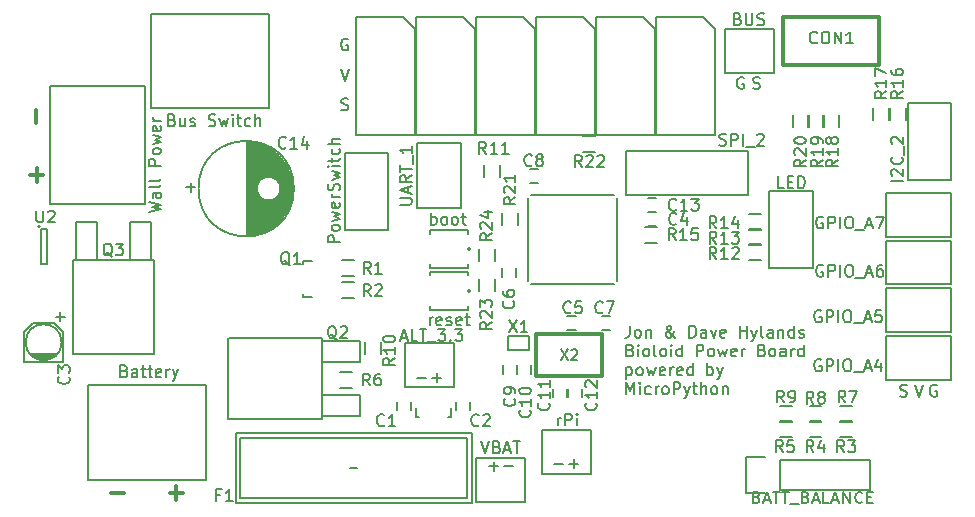
<source format=gbr>
G04 #@! TF.FileFunction,Legend,Top*
%FSLAX46Y46*%
G04 Gerber Fmt 4.6, Leading zero omitted, Abs format (unit mm)*
G04 Created by KiCad (PCBNEW 4.0.1-3.201512221402+6198~38~ubuntu15.04.1-stable) date Sun 03 Jan 2016 10:59:58 AM EST*
%MOMM*%
G01*
G04 APERTURE LIST*
%ADD10C,0.100000*%
%ADD11C,0.150000*%
%ADD12C,0.300000*%
%ADD13C,0.200000*%
%ADD14C,0.304800*%
G04 APERTURE END LIST*
D10*
D11*
X114569048Y-114971429D02*
X115330953Y-114971429D01*
X114950001Y-115352381D02*
X114950001Y-114590476D01*
X136150000Y-131128571D02*
X135388095Y-131128571D01*
X135769047Y-130747619D02*
X135769047Y-131509524D01*
X134911905Y-131128571D02*
X134150000Y-131128571D01*
X140250000Y-138621429D02*
X141011905Y-138621429D01*
X140630953Y-139002381D02*
X140630953Y-138240476D01*
X141488095Y-138621429D02*
X142250000Y-138621429D01*
X147750000Y-138378571D02*
X146988095Y-138378571D01*
X147369047Y-137997619D02*
X147369047Y-138759524D01*
X146511905Y-138378571D02*
X145750000Y-138378571D01*
X175014286Y-132654762D02*
X175157143Y-132702381D01*
X175395239Y-132702381D01*
X175490477Y-132654762D01*
X175538096Y-132607143D01*
X175585715Y-132511905D01*
X175585715Y-132416667D01*
X175538096Y-132321429D01*
X175490477Y-132273810D01*
X175395239Y-132226190D01*
X175204762Y-132178571D01*
X175109524Y-132130952D01*
X175061905Y-132083333D01*
X175014286Y-131988095D01*
X175014286Y-131892857D01*
X175061905Y-131797619D01*
X175109524Y-131750000D01*
X175204762Y-131702381D01*
X175442858Y-131702381D01*
X175585715Y-131750000D01*
X176266667Y-131702381D02*
X176600000Y-132702381D01*
X176933334Y-131702381D01*
X178111905Y-131750000D02*
X178016667Y-131702381D01*
X177873810Y-131702381D01*
X177730952Y-131750000D01*
X177635714Y-131845238D01*
X177588095Y-131940476D01*
X177540476Y-132130952D01*
X177540476Y-132273810D01*
X177588095Y-132464286D01*
X177635714Y-132559524D01*
X177730952Y-132654762D01*
X177873810Y-132702381D01*
X177969048Y-132702381D01*
X178111905Y-132654762D01*
X178159524Y-132607143D01*
X178159524Y-132273810D01*
X177969048Y-132273810D01*
X162564286Y-106604762D02*
X162707143Y-106652381D01*
X162945239Y-106652381D01*
X163040477Y-106604762D01*
X163088096Y-106557143D01*
X163135715Y-106461905D01*
X163135715Y-106366667D01*
X163088096Y-106271429D01*
X163040477Y-106223810D01*
X162945239Y-106176190D01*
X162754762Y-106128571D01*
X162659524Y-106080952D01*
X162611905Y-106033333D01*
X162564286Y-105938095D01*
X162564286Y-105842857D01*
X162611905Y-105747619D01*
X162659524Y-105700000D01*
X162754762Y-105652381D01*
X162992858Y-105652381D01*
X163135715Y-105700000D01*
X161761905Y-105700000D02*
X161666667Y-105652381D01*
X161523810Y-105652381D01*
X161380952Y-105700000D01*
X161285714Y-105795238D01*
X161238095Y-105890476D01*
X161190476Y-106080952D01*
X161190476Y-106223810D01*
X161238095Y-106414286D01*
X161285714Y-106509524D01*
X161380952Y-106604762D01*
X161523810Y-106652381D01*
X161619048Y-106652381D01*
X161761905Y-106604762D01*
X161809524Y-106557143D01*
X161809524Y-106223810D01*
X161619048Y-106223810D01*
X127714286Y-108404762D02*
X127857143Y-108452381D01*
X128095239Y-108452381D01*
X128190477Y-108404762D01*
X128238096Y-108357143D01*
X128285715Y-108261905D01*
X128285715Y-108166667D01*
X128238096Y-108071429D01*
X128190477Y-108023810D01*
X128095239Y-107976190D01*
X127904762Y-107928571D01*
X127809524Y-107880952D01*
X127761905Y-107833333D01*
X127714286Y-107738095D01*
X127714286Y-107642857D01*
X127761905Y-107547619D01*
X127809524Y-107500000D01*
X127904762Y-107452381D01*
X128142858Y-107452381D01*
X128285715Y-107500000D01*
X127666667Y-104952381D02*
X128000000Y-105952381D01*
X128333334Y-104952381D01*
X128261905Y-102450000D02*
X128166667Y-102402381D01*
X128023810Y-102402381D01*
X127880952Y-102450000D01*
X127785714Y-102545238D01*
X127738095Y-102640476D01*
X127690476Y-102830952D01*
X127690476Y-102973810D01*
X127738095Y-103164286D01*
X127785714Y-103259524D01*
X127880952Y-103354762D01*
X128023810Y-103402381D01*
X128119048Y-103402381D01*
X128261905Y-103354762D01*
X128309524Y-103307143D01*
X128309524Y-102973810D01*
X128119048Y-102973810D01*
X113371429Y-109278571D02*
X113514286Y-109326190D01*
X113561905Y-109373810D01*
X113609524Y-109469048D01*
X113609524Y-109611905D01*
X113561905Y-109707143D01*
X113514286Y-109754762D01*
X113419048Y-109802381D01*
X113038095Y-109802381D01*
X113038095Y-108802381D01*
X113371429Y-108802381D01*
X113466667Y-108850000D01*
X113514286Y-108897619D01*
X113561905Y-108992857D01*
X113561905Y-109088095D01*
X113514286Y-109183333D01*
X113466667Y-109230952D01*
X113371429Y-109278571D01*
X113038095Y-109278571D01*
X114466667Y-109135714D02*
X114466667Y-109802381D01*
X114038095Y-109135714D02*
X114038095Y-109659524D01*
X114085714Y-109754762D01*
X114180952Y-109802381D01*
X114323810Y-109802381D01*
X114419048Y-109754762D01*
X114466667Y-109707143D01*
X114895238Y-109754762D02*
X114990476Y-109802381D01*
X115180952Y-109802381D01*
X115276191Y-109754762D01*
X115323810Y-109659524D01*
X115323810Y-109611905D01*
X115276191Y-109516667D01*
X115180952Y-109469048D01*
X115038095Y-109469048D01*
X114942857Y-109421429D01*
X114895238Y-109326190D01*
X114895238Y-109278571D01*
X114942857Y-109183333D01*
X115038095Y-109135714D01*
X115180952Y-109135714D01*
X115276191Y-109183333D01*
X116466667Y-109754762D02*
X116609524Y-109802381D01*
X116847620Y-109802381D01*
X116942858Y-109754762D01*
X116990477Y-109707143D01*
X117038096Y-109611905D01*
X117038096Y-109516667D01*
X116990477Y-109421429D01*
X116942858Y-109373810D01*
X116847620Y-109326190D01*
X116657143Y-109278571D01*
X116561905Y-109230952D01*
X116514286Y-109183333D01*
X116466667Y-109088095D01*
X116466667Y-108992857D01*
X116514286Y-108897619D01*
X116561905Y-108850000D01*
X116657143Y-108802381D01*
X116895239Y-108802381D01*
X117038096Y-108850000D01*
X117371429Y-109135714D02*
X117561905Y-109802381D01*
X117752382Y-109326190D01*
X117942858Y-109802381D01*
X118133334Y-109135714D01*
X118514286Y-109802381D02*
X118514286Y-109135714D01*
X118514286Y-108802381D02*
X118466667Y-108850000D01*
X118514286Y-108897619D01*
X118561905Y-108850000D01*
X118514286Y-108802381D01*
X118514286Y-108897619D01*
X118847619Y-109135714D02*
X119228571Y-109135714D01*
X118990476Y-108802381D02*
X118990476Y-109659524D01*
X119038095Y-109754762D01*
X119133333Y-109802381D01*
X119228571Y-109802381D01*
X119990477Y-109754762D02*
X119895239Y-109802381D01*
X119704762Y-109802381D01*
X119609524Y-109754762D01*
X119561905Y-109707143D01*
X119514286Y-109611905D01*
X119514286Y-109326190D01*
X119561905Y-109230952D01*
X119609524Y-109183333D01*
X119704762Y-109135714D01*
X119895239Y-109135714D01*
X119990477Y-109183333D01*
X120419048Y-109802381D02*
X120419048Y-108802381D01*
X120847620Y-109802381D02*
X120847620Y-109278571D01*
X120800001Y-109183333D01*
X120704763Y-109135714D01*
X120561905Y-109135714D01*
X120466667Y-109183333D01*
X120419048Y-109230952D01*
D12*
X101907143Y-114521428D02*
X101907143Y-113378571D01*
X102478571Y-113950000D02*
X101335714Y-113950000D01*
X101857143Y-109571428D02*
X101857143Y-108428571D01*
D13*
X152123810Y-126702381D02*
X152123810Y-127416667D01*
X152076190Y-127559524D01*
X151980952Y-127654762D01*
X151838095Y-127702381D01*
X151742857Y-127702381D01*
X152742857Y-127702381D02*
X152647619Y-127654762D01*
X152600000Y-127607143D01*
X152552381Y-127511905D01*
X152552381Y-127226190D01*
X152600000Y-127130952D01*
X152647619Y-127083333D01*
X152742857Y-127035714D01*
X152885715Y-127035714D01*
X152980953Y-127083333D01*
X153028572Y-127130952D01*
X153076191Y-127226190D01*
X153076191Y-127511905D01*
X153028572Y-127607143D01*
X152980953Y-127654762D01*
X152885715Y-127702381D01*
X152742857Y-127702381D01*
X153504762Y-127035714D02*
X153504762Y-127702381D01*
X153504762Y-127130952D02*
X153552381Y-127083333D01*
X153647619Y-127035714D01*
X153790477Y-127035714D01*
X153885715Y-127083333D01*
X153933334Y-127178571D01*
X153933334Y-127702381D01*
X155980953Y-127702381D02*
X155933334Y-127702381D01*
X155838096Y-127654762D01*
X155695239Y-127511905D01*
X155457144Y-127226190D01*
X155361905Y-127083333D01*
X155314286Y-126940476D01*
X155314286Y-126845238D01*
X155361905Y-126750000D01*
X155457144Y-126702381D01*
X155504763Y-126702381D01*
X155600001Y-126750000D01*
X155647620Y-126845238D01*
X155647620Y-126892857D01*
X155600001Y-126988095D01*
X155552382Y-127035714D01*
X155266667Y-127226190D01*
X155219048Y-127273810D01*
X155171429Y-127369048D01*
X155171429Y-127511905D01*
X155219048Y-127607143D01*
X155266667Y-127654762D01*
X155361905Y-127702381D01*
X155504763Y-127702381D01*
X155600001Y-127654762D01*
X155647620Y-127607143D01*
X155790477Y-127416667D01*
X155838096Y-127273810D01*
X155838096Y-127178571D01*
X157171429Y-127702381D02*
X157171429Y-126702381D01*
X157409524Y-126702381D01*
X157552382Y-126750000D01*
X157647620Y-126845238D01*
X157695239Y-126940476D01*
X157742858Y-127130952D01*
X157742858Y-127273810D01*
X157695239Y-127464286D01*
X157647620Y-127559524D01*
X157552382Y-127654762D01*
X157409524Y-127702381D01*
X157171429Y-127702381D01*
X158600001Y-127702381D02*
X158600001Y-127178571D01*
X158552382Y-127083333D01*
X158457144Y-127035714D01*
X158266667Y-127035714D01*
X158171429Y-127083333D01*
X158600001Y-127654762D02*
X158504763Y-127702381D01*
X158266667Y-127702381D01*
X158171429Y-127654762D01*
X158123810Y-127559524D01*
X158123810Y-127464286D01*
X158171429Y-127369048D01*
X158266667Y-127321429D01*
X158504763Y-127321429D01*
X158600001Y-127273810D01*
X158980953Y-127035714D02*
X159219048Y-127702381D01*
X159457144Y-127035714D01*
X160219049Y-127654762D02*
X160123811Y-127702381D01*
X159933334Y-127702381D01*
X159838096Y-127654762D01*
X159790477Y-127559524D01*
X159790477Y-127178571D01*
X159838096Y-127083333D01*
X159933334Y-127035714D01*
X160123811Y-127035714D01*
X160219049Y-127083333D01*
X160266668Y-127178571D01*
X160266668Y-127273810D01*
X159790477Y-127369048D01*
X161457144Y-127702381D02*
X161457144Y-126702381D01*
X161457144Y-127178571D02*
X162028573Y-127178571D01*
X162028573Y-127702381D02*
X162028573Y-126702381D01*
X162409525Y-127035714D02*
X162647620Y-127702381D01*
X162885716Y-127035714D02*
X162647620Y-127702381D01*
X162552382Y-127940476D01*
X162504763Y-127988095D01*
X162409525Y-128035714D01*
X163409525Y-127702381D02*
X163314287Y-127654762D01*
X163266668Y-127559524D01*
X163266668Y-126702381D01*
X164219050Y-127702381D02*
X164219050Y-127178571D01*
X164171431Y-127083333D01*
X164076193Y-127035714D01*
X163885716Y-127035714D01*
X163790478Y-127083333D01*
X164219050Y-127654762D02*
X164123812Y-127702381D01*
X163885716Y-127702381D01*
X163790478Y-127654762D01*
X163742859Y-127559524D01*
X163742859Y-127464286D01*
X163790478Y-127369048D01*
X163885716Y-127321429D01*
X164123812Y-127321429D01*
X164219050Y-127273810D01*
X164695240Y-127035714D02*
X164695240Y-127702381D01*
X164695240Y-127130952D02*
X164742859Y-127083333D01*
X164838097Y-127035714D01*
X164980955Y-127035714D01*
X165076193Y-127083333D01*
X165123812Y-127178571D01*
X165123812Y-127702381D01*
X166028574Y-127702381D02*
X166028574Y-126702381D01*
X166028574Y-127654762D02*
X165933336Y-127702381D01*
X165742859Y-127702381D01*
X165647621Y-127654762D01*
X165600002Y-127607143D01*
X165552383Y-127511905D01*
X165552383Y-127226190D01*
X165600002Y-127130952D01*
X165647621Y-127083333D01*
X165742859Y-127035714D01*
X165933336Y-127035714D01*
X166028574Y-127083333D01*
X166457145Y-127654762D02*
X166552383Y-127702381D01*
X166742859Y-127702381D01*
X166838098Y-127654762D01*
X166885717Y-127559524D01*
X166885717Y-127511905D01*
X166838098Y-127416667D01*
X166742859Y-127369048D01*
X166600002Y-127369048D01*
X166504764Y-127321429D01*
X166457145Y-127226190D01*
X166457145Y-127178571D01*
X166504764Y-127083333D01*
X166600002Y-127035714D01*
X166742859Y-127035714D01*
X166838098Y-127083333D01*
X152171429Y-128778571D02*
X152314286Y-128826190D01*
X152361905Y-128873810D01*
X152409524Y-128969048D01*
X152409524Y-129111905D01*
X152361905Y-129207143D01*
X152314286Y-129254762D01*
X152219048Y-129302381D01*
X151838095Y-129302381D01*
X151838095Y-128302381D01*
X152171429Y-128302381D01*
X152266667Y-128350000D01*
X152314286Y-128397619D01*
X152361905Y-128492857D01*
X152361905Y-128588095D01*
X152314286Y-128683333D01*
X152266667Y-128730952D01*
X152171429Y-128778571D01*
X151838095Y-128778571D01*
X152838095Y-129302381D02*
X152838095Y-128635714D01*
X152838095Y-128302381D02*
X152790476Y-128350000D01*
X152838095Y-128397619D01*
X152885714Y-128350000D01*
X152838095Y-128302381D01*
X152838095Y-128397619D01*
X153457142Y-129302381D02*
X153361904Y-129254762D01*
X153314285Y-129207143D01*
X153266666Y-129111905D01*
X153266666Y-128826190D01*
X153314285Y-128730952D01*
X153361904Y-128683333D01*
X153457142Y-128635714D01*
X153600000Y-128635714D01*
X153695238Y-128683333D01*
X153742857Y-128730952D01*
X153790476Y-128826190D01*
X153790476Y-129111905D01*
X153742857Y-129207143D01*
X153695238Y-129254762D01*
X153600000Y-129302381D01*
X153457142Y-129302381D01*
X154361904Y-129302381D02*
X154266666Y-129254762D01*
X154219047Y-129159524D01*
X154219047Y-128302381D01*
X154885714Y-129302381D02*
X154790476Y-129254762D01*
X154742857Y-129207143D01*
X154695238Y-129111905D01*
X154695238Y-128826190D01*
X154742857Y-128730952D01*
X154790476Y-128683333D01*
X154885714Y-128635714D01*
X155028572Y-128635714D01*
X155123810Y-128683333D01*
X155171429Y-128730952D01*
X155219048Y-128826190D01*
X155219048Y-129111905D01*
X155171429Y-129207143D01*
X155123810Y-129254762D01*
X155028572Y-129302381D01*
X154885714Y-129302381D01*
X155647619Y-129302381D02*
X155647619Y-128635714D01*
X155647619Y-128302381D02*
X155600000Y-128350000D01*
X155647619Y-128397619D01*
X155695238Y-128350000D01*
X155647619Y-128302381D01*
X155647619Y-128397619D01*
X156552381Y-129302381D02*
X156552381Y-128302381D01*
X156552381Y-129254762D02*
X156457143Y-129302381D01*
X156266666Y-129302381D01*
X156171428Y-129254762D01*
X156123809Y-129207143D01*
X156076190Y-129111905D01*
X156076190Y-128826190D01*
X156123809Y-128730952D01*
X156171428Y-128683333D01*
X156266666Y-128635714D01*
X156457143Y-128635714D01*
X156552381Y-128683333D01*
X157790476Y-129302381D02*
X157790476Y-128302381D01*
X158171429Y-128302381D01*
X158266667Y-128350000D01*
X158314286Y-128397619D01*
X158361905Y-128492857D01*
X158361905Y-128635714D01*
X158314286Y-128730952D01*
X158266667Y-128778571D01*
X158171429Y-128826190D01*
X157790476Y-128826190D01*
X158933333Y-129302381D02*
X158838095Y-129254762D01*
X158790476Y-129207143D01*
X158742857Y-129111905D01*
X158742857Y-128826190D01*
X158790476Y-128730952D01*
X158838095Y-128683333D01*
X158933333Y-128635714D01*
X159076191Y-128635714D01*
X159171429Y-128683333D01*
X159219048Y-128730952D01*
X159266667Y-128826190D01*
X159266667Y-129111905D01*
X159219048Y-129207143D01*
X159171429Y-129254762D01*
X159076191Y-129302381D01*
X158933333Y-129302381D01*
X159600000Y-128635714D02*
X159790476Y-129302381D01*
X159980953Y-128826190D01*
X160171429Y-129302381D01*
X160361905Y-128635714D01*
X161123810Y-129254762D02*
X161028572Y-129302381D01*
X160838095Y-129302381D01*
X160742857Y-129254762D01*
X160695238Y-129159524D01*
X160695238Y-128778571D01*
X160742857Y-128683333D01*
X160838095Y-128635714D01*
X161028572Y-128635714D01*
X161123810Y-128683333D01*
X161171429Y-128778571D01*
X161171429Y-128873810D01*
X160695238Y-128969048D01*
X161600000Y-129302381D02*
X161600000Y-128635714D01*
X161600000Y-128826190D02*
X161647619Y-128730952D01*
X161695238Y-128683333D01*
X161790476Y-128635714D01*
X161885715Y-128635714D01*
X163314287Y-128778571D02*
X163457144Y-128826190D01*
X163504763Y-128873810D01*
X163552382Y-128969048D01*
X163552382Y-129111905D01*
X163504763Y-129207143D01*
X163457144Y-129254762D01*
X163361906Y-129302381D01*
X162980953Y-129302381D01*
X162980953Y-128302381D01*
X163314287Y-128302381D01*
X163409525Y-128350000D01*
X163457144Y-128397619D01*
X163504763Y-128492857D01*
X163504763Y-128588095D01*
X163457144Y-128683333D01*
X163409525Y-128730952D01*
X163314287Y-128778571D01*
X162980953Y-128778571D01*
X164123810Y-129302381D02*
X164028572Y-129254762D01*
X163980953Y-129207143D01*
X163933334Y-129111905D01*
X163933334Y-128826190D01*
X163980953Y-128730952D01*
X164028572Y-128683333D01*
X164123810Y-128635714D01*
X164266668Y-128635714D01*
X164361906Y-128683333D01*
X164409525Y-128730952D01*
X164457144Y-128826190D01*
X164457144Y-129111905D01*
X164409525Y-129207143D01*
X164361906Y-129254762D01*
X164266668Y-129302381D01*
X164123810Y-129302381D01*
X165314287Y-129302381D02*
X165314287Y-128778571D01*
X165266668Y-128683333D01*
X165171430Y-128635714D01*
X164980953Y-128635714D01*
X164885715Y-128683333D01*
X165314287Y-129254762D02*
X165219049Y-129302381D01*
X164980953Y-129302381D01*
X164885715Y-129254762D01*
X164838096Y-129159524D01*
X164838096Y-129064286D01*
X164885715Y-128969048D01*
X164980953Y-128921429D01*
X165219049Y-128921429D01*
X165314287Y-128873810D01*
X165790477Y-129302381D02*
X165790477Y-128635714D01*
X165790477Y-128826190D02*
X165838096Y-128730952D01*
X165885715Y-128683333D01*
X165980953Y-128635714D01*
X166076192Y-128635714D01*
X166838097Y-129302381D02*
X166838097Y-128302381D01*
X166838097Y-129254762D02*
X166742859Y-129302381D01*
X166552382Y-129302381D01*
X166457144Y-129254762D01*
X166409525Y-129207143D01*
X166361906Y-129111905D01*
X166361906Y-128826190D01*
X166409525Y-128730952D01*
X166457144Y-128683333D01*
X166552382Y-128635714D01*
X166742859Y-128635714D01*
X166838097Y-128683333D01*
X151838095Y-130235714D02*
X151838095Y-131235714D01*
X151838095Y-130283333D02*
X151933333Y-130235714D01*
X152123810Y-130235714D01*
X152219048Y-130283333D01*
X152266667Y-130330952D01*
X152314286Y-130426190D01*
X152314286Y-130711905D01*
X152266667Y-130807143D01*
X152219048Y-130854762D01*
X152123810Y-130902381D01*
X151933333Y-130902381D01*
X151838095Y-130854762D01*
X152885714Y-130902381D02*
X152790476Y-130854762D01*
X152742857Y-130807143D01*
X152695238Y-130711905D01*
X152695238Y-130426190D01*
X152742857Y-130330952D01*
X152790476Y-130283333D01*
X152885714Y-130235714D01*
X153028572Y-130235714D01*
X153123810Y-130283333D01*
X153171429Y-130330952D01*
X153219048Y-130426190D01*
X153219048Y-130711905D01*
X153171429Y-130807143D01*
X153123810Y-130854762D01*
X153028572Y-130902381D01*
X152885714Y-130902381D01*
X153552381Y-130235714D02*
X153742857Y-130902381D01*
X153933334Y-130426190D01*
X154123810Y-130902381D01*
X154314286Y-130235714D01*
X155076191Y-130854762D02*
X154980953Y-130902381D01*
X154790476Y-130902381D01*
X154695238Y-130854762D01*
X154647619Y-130759524D01*
X154647619Y-130378571D01*
X154695238Y-130283333D01*
X154790476Y-130235714D01*
X154980953Y-130235714D01*
X155076191Y-130283333D01*
X155123810Y-130378571D01*
X155123810Y-130473810D01*
X154647619Y-130569048D01*
X155552381Y-130902381D02*
X155552381Y-130235714D01*
X155552381Y-130426190D02*
X155600000Y-130330952D01*
X155647619Y-130283333D01*
X155742857Y-130235714D01*
X155838096Y-130235714D01*
X156552382Y-130854762D02*
X156457144Y-130902381D01*
X156266667Y-130902381D01*
X156171429Y-130854762D01*
X156123810Y-130759524D01*
X156123810Y-130378571D01*
X156171429Y-130283333D01*
X156266667Y-130235714D01*
X156457144Y-130235714D01*
X156552382Y-130283333D01*
X156600001Y-130378571D01*
X156600001Y-130473810D01*
X156123810Y-130569048D01*
X157457144Y-130902381D02*
X157457144Y-129902381D01*
X157457144Y-130854762D02*
X157361906Y-130902381D01*
X157171429Y-130902381D01*
X157076191Y-130854762D01*
X157028572Y-130807143D01*
X156980953Y-130711905D01*
X156980953Y-130426190D01*
X157028572Y-130330952D01*
X157076191Y-130283333D01*
X157171429Y-130235714D01*
X157361906Y-130235714D01*
X157457144Y-130283333D01*
X158695239Y-130902381D02*
X158695239Y-129902381D01*
X158695239Y-130283333D02*
X158790477Y-130235714D01*
X158980954Y-130235714D01*
X159076192Y-130283333D01*
X159123811Y-130330952D01*
X159171430Y-130426190D01*
X159171430Y-130711905D01*
X159123811Y-130807143D01*
X159076192Y-130854762D01*
X158980954Y-130902381D01*
X158790477Y-130902381D01*
X158695239Y-130854762D01*
X159504763Y-130235714D02*
X159742858Y-130902381D01*
X159980954Y-130235714D02*
X159742858Y-130902381D01*
X159647620Y-131140476D01*
X159600001Y-131188095D01*
X159504763Y-131235714D01*
X151838095Y-132502381D02*
X151838095Y-131502381D01*
X152171429Y-132216667D01*
X152504762Y-131502381D01*
X152504762Y-132502381D01*
X152980952Y-132502381D02*
X152980952Y-131835714D01*
X152980952Y-131502381D02*
X152933333Y-131550000D01*
X152980952Y-131597619D01*
X153028571Y-131550000D01*
X152980952Y-131502381D01*
X152980952Y-131597619D01*
X153885714Y-132454762D02*
X153790476Y-132502381D01*
X153599999Y-132502381D01*
X153504761Y-132454762D01*
X153457142Y-132407143D01*
X153409523Y-132311905D01*
X153409523Y-132026190D01*
X153457142Y-131930952D01*
X153504761Y-131883333D01*
X153599999Y-131835714D01*
X153790476Y-131835714D01*
X153885714Y-131883333D01*
X154314285Y-132502381D02*
X154314285Y-131835714D01*
X154314285Y-132026190D02*
X154361904Y-131930952D01*
X154409523Y-131883333D01*
X154504761Y-131835714D01*
X154600000Y-131835714D01*
X155076190Y-132502381D02*
X154980952Y-132454762D01*
X154933333Y-132407143D01*
X154885714Y-132311905D01*
X154885714Y-132026190D01*
X154933333Y-131930952D01*
X154980952Y-131883333D01*
X155076190Y-131835714D01*
X155219048Y-131835714D01*
X155314286Y-131883333D01*
X155361905Y-131930952D01*
X155409524Y-132026190D01*
X155409524Y-132311905D01*
X155361905Y-132407143D01*
X155314286Y-132454762D01*
X155219048Y-132502381D01*
X155076190Y-132502381D01*
X155838095Y-132502381D02*
X155838095Y-131502381D01*
X156219048Y-131502381D01*
X156314286Y-131550000D01*
X156361905Y-131597619D01*
X156409524Y-131692857D01*
X156409524Y-131835714D01*
X156361905Y-131930952D01*
X156314286Y-131978571D01*
X156219048Y-132026190D01*
X155838095Y-132026190D01*
X156742857Y-131835714D02*
X156980952Y-132502381D01*
X157219048Y-131835714D02*
X156980952Y-132502381D01*
X156885714Y-132740476D01*
X156838095Y-132788095D01*
X156742857Y-132835714D01*
X157457143Y-131835714D02*
X157838095Y-131835714D01*
X157600000Y-131502381D02*
X157600000Y-132359524D01*
X157647619Y-132454762D01*
X157742857Y-132502381D01*
X157838095Y-132502381D01*
X158171429Y-132502381D02*
X158171429Y-131502381D01*
X158600001Y-132502381D02*
X158600001Y-131978571D01*
X158552382Y-131883333D01*
X158457144Y-131835714D01*
X158314286Y-131835714D01*
X158219048Y-131883333D01*
X158171429Y-131930952D01*
X159219048Y-132502381D02*
X159123810Y-132454762D01*
X159076191Y-132407143D01*
X159028572Y-132311905D01*
X159028572Y-132026190D01*
X159076191Y-131930952D01*
X159123810Y-131883333D01*
X159219048Y-131835714D01*
X159361906Y-131835714D01*
X159457144Y-131883333D01*
X159504763Y-131930952D01*
X159552382Y-132026190D01*
X159552382Y-132311905D01*
X159504763Y-132407143D01*
X159457144Y-132454762D01*
X159361906Y-132502381D01*
X159219048Y-132502381D01*
X159980953Y-131835714D02*
X159980953Y-132502381D01*
X159980953Y-131930952D02*
X160028572Y-131883333D01*
X160123810Y-131835714D01*
X160266668Y-131835714D01*
X160361906Y-131883333D01*
X160409525Y-131978571D01*
X160409525Y-132502381D01*
D11*
X135180952Y-126652381D02*
X135180952Y-125985714D01*
X135180952Y-126176190D02*
X135228571Y-126080952D01*
X135276190Y-126033333D01*
X135371428Y-125985714D01*
X135466667Y-125985714D01*
X136180953Y-126604762D02*
X136085715Y-126652381D01*
X135895238Y-126652381D01*
X135800000Y-126604762D01*
X135752381Y-126509524D01*
X135752381Y-126128571D01*
X135800000Y-126033333D01*
X135895238Y-125985714D01*
X136085715Y-125985714D01*
X136180953Y-126033333D01*
X136228572Y-126128571D01*
X136228572Y-126223810D01*
X135752381Y-126319048D01*
X136609524Y-126604762D02*
X136704762Y-126652381D01*
X136895238Y-126652381D01*
X136990477Y-126604762D01*
X137038096Y-126509524D01*
X137038096Y-126461905D01*
X136990477Y-126366667D01*
X136895238Y-126319048D01*
X136752381Y-126319048D01*
X136657143Y-126271429D01*
X136609524Y-126176190D01*
X136609524Y-126128571D01*
X136657143Y-126033333D01*
X136752381Y-125985714D01*
X136895238Y-125985714D01*
X136990477Y-126033333D01*
X137847620Y-126604762D02*
X137752382Y-126652381D01*
X137561905Y-126652381D01*
X137466667Y-126604762D01*
X137419048Y-126509524D01*
X137419048Y-126128571D01*
X137466667Y-126033333D01*
X137561905Y-125985714D01*
X137752382Y-125985714D01*
X137847620Y-126033333D01*
X137895239Y-126128571D01*
X137895239Y-126223810D01*
X137419048Y-126319048D01*
X138180953Y-125985714D02*
X138561905Y-125985714D01*
X138323810Y-125652381D02*
X138323810Y-126509524D01*
X138371429Y-126604762D01*
X138466667Y-126652381D01*
X138561905Y-126652381D01*
X135295238Y-118152381D02*
X135295238Y-117152381D01*
X135295238Y-117533333D02*
X135390476Y-117485714D01*
X135580953Y-117485714D01*
X135676191Y-117533333D01*
X135723810Y-117580952D01*
X135771429Y-117676190D01*
X135771429Y-117961905D01*
X135723810Y-118057143D01*
X135676191Y-118104762D01*
X135580953Y-118152381D01*
X135390476Y-118152381D01*
X135295238Y-118104762D01*
X136342857Y-118152381D02*
X136247619Y-118104762D01*
X136200000Y-118057143D01*
X136152381Y-117961905D01*
X136152381Y-117676190D01*
X136200000Y-117580952D01*
X136247619Y-117533333D01*
X136342857Y-117485714D01*
X136485715Y-117485714D01*
X136580953Y-117533333D01*
X136628572Y-117580952D01*
X136676191Y-117676190D01*
X136676191Y-117961905D01*
X136628572Y-118057143D01*
X136580953Y-118104762D01*
X136485715Y-118152381D01*
X136342857Y-118152381D01*
X137247619Y-118152381D02*
X137152381Y-118104762D01*
X137104762Y-118057143D01*
X137057143Y-117961905D01*
X137057143Y-117676190D01*
X137104762Y-117580952D01*
X137152381Y-117533333D01*
X137247619Y-117485714D01*
X137390477Y-117485714D01*
X137485715Y-117533333D01*
X137533334Y-117580952D01*
X137580953Y-117676190D01*
X137580953Y-117961905D01*
X137533334Y-118057143D01*
X137485715Y-118104762D01*
X137390477Y-118152381D01*
X137247619Y-118152381D01*
X137866667Y-117485714D02*
X138247619Y-117485714D01*
X138009524Y-117152381D02*
X138009524Y-118009524D01*
X138057143Y-118104762D01*
X138152381Y-118152381D01*
X138247619Y-118152381D01*
D12*
X113178572Y-140857143D02*
X114321429Y-140857143D01*
X113750000Y-141428571D02*
X113750000Y-140285714D01*
X108178572Y-140857143D02*
X109321429Y-140857143D01*
D11*
X143800000Y-115650000D02*
X150800000Y-115650000D01*
X151050000Y-115900000D02*
X151050000Y-122900000D01*
X150800000Y-123150000D02*
X143800000Y-123150000D01*
X143550000Y-122900000D02*
X143550000Y-115900000D01*
X100849000Y-129751000D02*
X104151000Y-129751000D01*
X104151000Y-129751000D02*
X104151000Y-127211000D01*
X104151000Y-127211000D02*
X103389000Y-126449000D01*
X103389000Y-126449000D02*
X101611000Y-126449000D01*
X101611000Y-126449000D02*
X100849000Y-127211000D01*
X100849000Y-127211000D02*
X100849000Y-129751000D01*
X101992000Y-129497000D02*
X103008000Y-129497000D01*
X101738000Y-129370000D02*
X103262000Y-129370000D01*
X101484000Y-129243000D02*
X103516000Y-129243000D01*
X101357000Y-129116000D02*
X103643000Y-129116000D01*
X103900000Y-125557000D02*
X103900000Y-126319000D01*
X103519000Y-125938000D02*
X104281000Y-125938000D01*
X104024000Y-128100000D02*
G75*
G03X104024000Y-128100000I-1524000J0D01*
G01*
X133600000Y-133150000D02*
X133600000Y-133850000D01*
X132400000Y-133850000D02*
X132400000Y-133150000D01*
X138600000Y-133150000D02*
X138600000Y-133850000D01*
X137400000Y-133850000D02*
X137400000Y-133150000D01*
X154350000Y-118300000D02*
X153650000Y-118300000D01*
X153650000Y-117100000D02*
X154350000Y-117100000D01*
X147550000Y-127100000D02*
X146850000Y-127100000D01*
X146850000Y-125900000D02*
X147550000Y-125900000D01*
X142500000Y-121850000D02*
X142500000Y-122550000D01*
X141300000Y-122550000D02*
X141300000Y-121850000D01*
X149750000Y-125900000D02*
X150450000Y-125900000D01*
X150450000Y-127100000D02*
X149750000Y-127100000D01*
X144350000Y-114600000D02*
X143650000Y-114600000D01*
X143650000Y-113400000D02*
X144350000Y-113400000D01*
X141400000Y-130750000D02*
X141400000Y-130050000D01*
X142600000Y-130050000D02*
X142600000Y-130750000D01*
X142600000Y-130750000D02*
X142600000Y-130050000D01*
X143800000Y-130050000D02*
X143800000Y-130750000D01*
X145600000Y-132750000D02*
X145600000Y-132050000D01*
X146800000Y-132050000D02*
X146800000Y-132750000D01*
X146900000Y-132750000D02*
X146900000Y-132050000D01*
X148100000Y-132050000D02*
X148100000Y-132750000D01*
D14*
X173264000Y-100536000D02*
X165136000Y-100536000D01*
X165136000Y-100536000D02*
X165136000Y-104600000D01*
X165136000Y-104600000D02*
X173264000Y-104600000D01*
X173264000Y-104600000D02*
X173264000Y-100536000D01*
D11*
X129050000Y-138750000D02*
X128450000Y-138750000D01*
X118750000Y-135750000D02*
X138750000Y-135750000D01*
X138750000Y-135750000D02*
X138750000Y-141750000D01*
X138750000Y-141750000D02*
X118750000Y-141750000D01*
X118750000Y-141750000D02*
X118750000Y-135750000D01*
X119150000Y-136250000D02*
X138350000Y-136250000D01*
X138350000Y-136250000D02*
X138350000Y-141250000D01*
X138350000Y-141250000D02*
X119150000Y-141250000D01*
X119150000Y-141250000D02*
X119150000Y-136250000D01*
X134100000Y-111200000D02*
X137800000Y-111200000D01*
X137800000Y-111200000D02*
X137800000Y-116750000D01*
X137800000Y-116750000D02*
X134100000Y-116750000D01*
X134100000Y-116750000D02*
X134100000Y-111200000D01*
X179350000Y-114400000D02*
X175650000Y-114400000D01*
X175650000Y-114400000D02*
X175650000Y-107850000D01*
X175650000Y-107850000D02*
X179350000Y-107850000D01*
X179350000Y-107850000D02*
X179350000Y-114400000D01*
X173800000Y-131300000D02*
X173800000Y-127600000D01*
X173800000Y-127600000D02*
X179350000Y-127600000D01*
X179350000Y-127600000D02*
X179350000Y-131300000D01*
X179350000Y-131300000D02*
X173800000Y-131300000D01*
X173800000Y-127200000D02*
X173800000Y-123500000D01*
X173800000Y-123500000D02*
X179350000Y-123500000D01*
X179350000Y-123500000D02*
X179350000Y-127200000D01*
X179350000Y-127200000D02*
X173800000Y-127200000D01*
X173800000Y-123200000D02*
X173800000Y-119500000D01*
X173800000Y-119500000D02*
X179350000Y-119500000D01*
X179350000Y-119500000D02*
X179350000Y-123200000D01*
X179350000Y-123200000D02*
X173800000Y-123200000D01*
X173800000Y-119200000D02*
X173800000Y-115500000D01*
X173800000Y-115500000D02*
X179350000Y-115500000D01*
X179350000Y-115500000D02*
X179350000Y-119200000D01*
X179350000Y-119200000D02*
X173800000Y-119200000D01*
X154310000Y-110560000D02*
X154310000Y-100560000D01*
X154310000Y-100560000D02*
X158310000Y-100560000D01*
X158310000Y-100560000D02*
X159310000Y-101560000D01*
X159310000Y-101560000D02*
X159310000Y-110560000D01*
X159310000Y-110560000D02*
X154310000Y-110560000D01*
X149230000Y-110560000D02*
X149230000Y-100560000D01*
X149230000Y-100560000D02*
X153230000Y-100560000D01*
X153230000Y-100560000D02*
X154230000Y-101560000D01*
X154230000Y-101560000D02*
X154230000Y-110560000D01*
X154230000Y-110560000D02*
X149230000Y-110560000D01*
X144150000Y-110560000D02*
X144150000Y-100560000D01*
X144150000Y-100560000D02*
X148150000Y-100560000D01*
X148150000Y-100560000D02*
X149150000Y-101560000D01*
X149150000Y-101560000D02*
X149150000Y-110560000D01*
X149150000Y-110560000D02*
X144150000Y-110560000D01*
X139070000Y-110560000D02*
X139070000Y-100560000D01*
X139070000Y-100560000D02*
X143070000Y-100560000D01*
X143070000Y-100560000D02*
X144070000Y-101560000D01*
X144070000Y-101560000D02*
X144070000Y-110560000D01*
X144070000Y-110560000D02*
X139070000Y-110560000D01*
X133990000Y-110560000D02*
X133990000Y-100560000D01*
X133990000Y-100560000D02*
X137990000Y-100560000D01*
X137990000Y-100560000D02*
X138990000Y-101560000D01*
X138990000Y-101560000D02*
X138990000Y-110560000D01*
X138990000Y-110560000D02*
X133990000Y-110560000D01*
X128910000Y-110560000D02*
X128910000Y-100560000D01*
X128910000Y-100560000D02*
X132910000Y-100560000D01*
X132910000Y-100560000D02*
X133910000Y-101560000D01*
X133910000Y-101560000D02*
X133910000Y-110560000D01*
X133910000Y-110560000D02*
X128910000Y-110560000D01*
X124499760Y-121450840D02*
X124499760Y-121499100D01*
X125200800Y-124249820D02*
X124499760Y-124249820D01*
X124499760Y-124249820D02*
X124499760Y-124000900D01*
X124499760Y-121450840D02*
X124499760Y-121250180D01*
X124499760Y-121250180D02*
X125200800Y-121250180D01*
X126076000Y-129803000D02*
X129251000Y-129803000D01*
X129251000Y-129803000D02*
X129251000Y-128025000D01*
X129251000Y-128025000D02*
X126076000Y-128025000D01*
X126076000Y-134375000D02*
X129251000Y-134375000D01*
X129251000Y-134375000D02*
X129251000Y-132597000D01*
X129251000Y-132597000D02*
X126076000Y-132597000D01*
X119980000Y-127771000D02*
X126076000Y-127771000D01*
X126076000Y-127771000D02*
X126076000Y-134629000D01*
X126076000Y-134629000D02*
X118202000Y-134629000D01*
X118075000Y-134629000D02*
X118075000Y-127771000D01*
X118202000Y-127771000D02*
X119980000Y-127771000D01*
X107003000Y-121124000D02*
X107003000Y-117949000D01*
X107003000Y-117949000D02*
X105225000Y-117949000D01*
X105225000Y-117949000D02*
X105225000Y-121124000D01*
X111575000Y-121124000D02*
X111575000Y-117949000D01*
X111575000Y-117949000D02*
X109797000Y-117949000D01*
X109797000Y-117949000D02*
X109797000Y-121124000D01*
X104971000Y-127220000D02*
X104971000Y-121124000D01*
X104971000Y-121124000D02*
X111829000Y-121124000D01*
X111829000Y-121124000D02*
X111829000Y-128998000D01*
X111829000Y-129125000D02*
X104971000Y-129125000D01*
X104971000Y-128998000D02*
X104971000Y-127220000D01*
X127750000Y-121175000D02*
X128750000Y-121175000D01*
X128750000Y-122525000D02*
X127750000Y-122525000D01*
X128750000Y-124325000D02*
X127750000Y-124325000D01*
X127750000Y-122975000D02*
X128750000Y-122975000D01*
X170950000Y-136125000D02*
X169950000Y-136125000D01*
X169950000Y-134775000D02*
X170950000Y-134775000D01*
X168350000Y-136125000D02*
X167350000Y-136125000D01*
X167350000Y-134775000D02*
X168350000Y-134775000D01*
X165850000Y-136125000D02*
X164850000Y-136125000D01*
X164850000Y-134775000D02*
X165850000Y-134775000D01*
X127600000Y-130625000D02*
X128600000Y-130625000D01*
X128600000Y-131975000D02*
X127600000Y-131975000D01*
X169950000Y-133475000D02*
X170950000Y-133475000D01*
X170950000Y-134825000D02*
X169950000Y-134825000D01*
X167350000Y-133475000D02*
X168350000Y-133475000D01*
X168350000Y-134825000D02*
X167350000Y-134825000D01*
X164850000Y-133475000D02*
X165850000Y-133475000D01*
X165850000Y-134825000D02*
X164850000Y-134825000D01*
X129725000Y-129100000D02*
X129725000Y-128100000D01*
X131075000Y-128100000D02*
X131075000Y-129100000D01*
X141175000Y-113100000D02*
X141175000Y-114100000D01*
X139825000Y-114100000D02*
X139825000Y-113100000D01*
X163200000Y-121175000D02*
X162200000Y-121175000D01*
X162200000Y-119825000D02*
X163200000Y-119825000D01*
X163200000Y-119875000D02*
X162200000Y-119875000D01*
X162200000Y-118525000D02*
X163200000Y-118525000D01*
X163200000Y-118575000D02*
X162200000Y-118575000D01*
X162200000Y-117225000D02*
X163200000Y-117225000D01*
X154400000Y-119675000D02*
X153400000Y-119675000D01*
X153400000Y-118325000D02*
X154400000Y-118325000D01*
X175475000Y-108300000D02*
X175475000Y-109300000D01*
X174125000Y-109300000D02*
X174125000Y-108300000D01*
X174075000Y-108300000D02*
X174075000Y-109300000D01*
X172725000Y-109300000D02*
X172725000Y-108300000D01*
X169875000Y-108900000D02*
X169875000Y-109900000D01*
X168525000Y-109900000D02*
X168525000Y-108900000D01*
X168575000Y-108900000D02*
X168575000Y-109900000D01*
X167225000Y-109900000D02*
X167225000Y-108900000D01*
X167275000Y-108900000D02*
X167275000Y-109900000D01*
X165925000Y-109900000D02*
X165925000Y-108900000D01*
X142675000Y-117200000D02*
X142675000Y-118200000D01*
X141325000Y-118200000D02*
X141325000Y-117200000D01*
X149200000Y-111975000D02*
X148200000Y-111975000D01*
X148200000Y-110625000D02*
X149200000Y-110625000D01*
X139325000Y-123750000D02*
X139325000Y-122750000D01*
X140675000Y-122750000D02*
X140675000Y-123750000D01*
X140675000Y-120250000D02*
X140675000Y-121250000D01*
X139325000Y-121250000D02*
X139325000Y-120250000D01*
X138400000Y-122450000D02*
X138400000Y-122150000D01*
X138400000Y-122150000D02*
X135200000Y-122150000D01*
X135200000Y-122150000D02*
X135200000Y-122450000D01*
X138400000Y-125050000D02*
X138400000Y-125350000D01*
X138400000Y-125350000D02*
X135200000Y-125350000D01*
X135200000Y-125350000D02*
X135200000Y-125050000D01*
D14*
X138500000Y-123750000D02*
X138500000Y-123750000D01*
X138500000Y-123750000D02*
X138500000Y-123750000D01*
X138500000Y-123750000D02*
X138500000Y-123750000D01*
X138500000Y-123750000D02*
X138500000Y-123750000D01*
D11*
X138400000Y-118900000D02*
X138400000Y-118600000D01*
X138400000Y-118600000D02*
X135200000Y-118600000D01*
X135200000Y-118600000D02*
X135200000Y-118900000D01*
X138400000Y-121500000D02*
X138400000Y-121800000D01*
X138400000Y-121800000D02*
X135200000Y-121800000D01*
X135200000Y-121800000D02*
X135200000Y-121500000D01*
D14*
X138500000Y-120200000D02*
X138500000Y-120200000D01*
X138500000Y-120200000D02*
X138500000Y-120200000D01*
X138500000Y-120200000D02*
X138500000Y-120200000D01*
X138500000Y-120200000D02*
X138500000Y-120200000D01*
D11*
X134200840Y-134400240D02*
X134249100Y-134400240D01*
X136999820Y-133699200D02*
X136999820Y-134400240D01*
X136999820Y-134400240D02*
X136750900Y-134400240D01*
X134200840Y-134400240D02*
X134000180Y-134400240D01*
X134000180Y-134400240D02*
X134000180Y-133699200D01*
X102200000Y-118300000D02*
G75*
G03X102200000Y-118300000I-100000J0D01*
G01*
X102750000Y-118550000D02*
X102250000Y-118550000D01*
X102750000Y-121450000D02*
X102750000Y-118550000D01*
X102250000Y-121450000D02*
X102750000Y-121450000D01*
X102250000Y-118550000D02*
X102250000Y-121450000D01*
X143600000Y-128800000D02*
X141800000Y-128800000D01*
X141800000Y-128800000D02*
X141800000Y-127600000D01*
X141800000Y-127600000D02*
X143600000Y-127600000D01*
X143600000Y-127600000D02*
X143600000Y-128800000D01*
D14*
X149794000Y-127422000D02*
X144206000Y-127422000D01*
X144206000Y-127422000D02*
X144206000Y-130978000D01*
X144206000Y-130978000D02*
X149794000Y-130978000D01*
X149794000Y-130978000D02*
X149794000Y-127422000D01*
D11*
X164300000Y-101600000D02*
X164300000Y-105300000D01*
X164300000Y-105300000D02*
X160150000Y-105300000D01*
X160150000Y-105300000D02*
X160150000Y-101600000D01*
X160150000Y-101600000D02*
X164300000Y-101600000D01*
X106250000Y-131750000D02*
X116250000Y-131750000D01*
X116250000Y-131750000D02*
X116250000Y-139750000D01*
X116250000Y-139750000D02*
X106250000Y-139750000D01*
X106250000Y-139750000D02*
X106250000Y-131750000D01*
X137250000Y-128200000D02*
X137250000Y-131900000D01*
X137250000Y-131900000D02*
X133100000Y-131900000D01*
X133100000Y-131900000D02*
X133100000Y-128200000D01*
X133100000Y-128200000D02*
X137250000Y-128200000D01*
X139100000Y-141600000D02*
X139100000Y-137900000D01*
X139100000Y-137900000D02*
X143250000Y-137900000D01*
X143250000Y-137900000D02*
X143250000Y-141600000D01*
X143250000Y-141600000D02*
X139100000Y-141600000D01*
X154350000Y-117100000D02*
X153650000Y-117100000D01*
X153650000Y-115900000D02*
X154350000Y-115900000D01*
X148850000Y-135550000D02*
X148850000Y-139250000D01*
X148850000Y-139250000D02*
X144700000Y-139250000D01*
X144700000Y-139250000D02*
X144700000Y-135550000D01*
X144700000Y-135550000D02*
X148850000Y-135550000D01*
X128000000Y-112050000D02*
X131700000Y-112050000D01*
X131700000Y-112050000D02*
X131700000Y-118600000D01*
X131700000Y-118600000D02*
X128000000Y-118600000D01*
X128000000Y-118600000D02*
X128000000Y-112050000D01*
X164820000Y-138080000D02*
X172440000Y-138080000D01*
X164820000Y-140620000D02*
X172440000Y-140620000D01*
X162000000Y-140900000D02*
X163550000Y-140900000D01*
X172440000Y-138080000D02*
X172440000Y-140620000D01*
X164820000Y-140620000D02*
X164820000Y-138080000D01*
X163550000Y-137800000D02*
X162000000Y-137800000D01*
X162000000Y-137800000D02*
X162000000Y-140900000D01*
X167600000Y-121850000D02*
X163900000Y-121850000D01*
X163900000Y-121850000D02*
X163900000Y-115300000D01*
X163900000Y-115300000D02*
X167600000Y-115300000D01*
X167600000Y-115300000D02*
X167600000Y-121850000D01*
X121600000Y-108300000D02*
X111600000Y-108300000D01*
X111600000Y-108300000D02*
X111600000Y-100300000D01*
X111600000Y-100300000D02*
X121600000Y-100300000D01*
X121600000Y-100300000D02*
X121600000Y-108300000D01*
X111050000Y-106400000D02*
X111050000Y-116400000D01*
X111050000Y-116400000D02*
X103050000Y-116400000D01*
X103050000Y-116400000D02*
X103050000Y-106400000D01*
X103050000Y-106400000D02*
X111050000Y-106400000D01*
X151800000Y-115600000D02*
X151800000Y-111900000D01*
X151800000Y-111900000D02*
X162100000Y-111900000D01*
X162100000Y-111900000D02*
X162100000Y-115600000D01*
X162100000Y-115600000D02*
X151800000Y-115600000D01*
X119725000Y-111101000D02*
X119725000Y-119099000D01*
X119865000Y-111106000D02*
X119865000Y-119094000D01*
X120005000Y-111116000D02*
X120005000Y-119084000D01*
X120145000Y-111131000D02*
X120145000Y-119069000D01*
X120285000Y-111151000D02*
X120285000Y-119049000D01*
X120425000Y-111176000D02*
X120425000Y-119024000D01*
X120565000Y-111206000D02*
X120565000Y-114927000D01*
X120565000Y-115273000D02*
X120565000Y-118994000D01*
X120705000Y-111242000D02*
X120705000Y-114565000D01*
X120705000Y-115635000D02*
X120705000Y-118958000D01*
X120845000Y-111283000D02*
X120845000Y-114391000D01*
X120845000Y-115809000D02*
X120845000Y-118917000D01*
X120985000Y-111329000D02*
X120985000Y-114275000D01*
X120985000Y-115925000D02*
X120985000Y-118871000D01*
X121125000Y-111382000D02*
X121125000Y-114195000D01*
X121125000Y-116005000D02*
X121125000Y-118818000D01*
X121265000Y-111441000D02*
X121265000Y-114141000D01*
X121265000Y-116059000D02*
X121265000Y-118759000D01*
X121405000Y-111506000D02*
X121405000Y-114111000D01*
X121405000Y-116089000D02*
X121405000Y-118694000D01*
X121545000Y-111577000D02*
X121545000Y-114100000D01*
X121545000Y-116100000D02*
X121545000Y-118623000D01*
X121685000Y-111656000D02*
X121685000Y-114109000D01*
X121685000Y-116091000D02*
X121685000Y-118544000D01*
X121825000Y-111743000D02*
X121825000Y-114139000D01*
X121825000Y-116061000D02*
X121825000Y-118457000D01*
X121965000Y-111838000D02*
X121965000Y-114190000D01*
X121965000Y-116010000D02*
X121965000Y-118362000D01*
X122105000Y-111942000D02*
X122105000Y-114268000D01*
X122105000Y-115932000D02*
X122105000Y-118258000D01*
X122245000Y-112056000D02*
X122245000Y-114381000D01*
X122245000Y-115819000D02*
X122245000Y-118144000D01*
X122385000Y-112181000D02*
X122385000Y-114550000D01*
X122385000Y-115650000D02*
X122385000Y-118019000D01*
X122525000Y-112319000D02*
X122525000Y-114878000D01*
X122525000Y-115322000D02*
X122525000Y-117881000D01*
X122665000Y-112471000D02*
X122665000Y-117729000D01*
X122805000Y-112641000D02*
X122805000Y-117559000D01*
X122945000Y-112832000D02*
X122945000Y-117368000D01*
X123085000Y-113050000D02*
X123085000Y-117150000D01*
X123225000Y-113306000D02*
X123225000Y-116894000D01*
X123365000Y-113617000D02*
X123365000Y-116583000D01*
X123505000Y-114033000D02*
X123505000Y-116167000D01*
X123645000Y-114900000D02*
X123645000Y-115300000D01*
X122550000Y-115100000D02*
G75*
G03X122550000Y-115100000I-1000000J0D01*
G01*
X123687500Y-115100000D02*
G75*
G03X123687500Y-115100000I-4037500J0D01*
G01*
X104607143Y-131016666D02*
X104654762Y-131064285D01*
X104702381Y-131207142D01*
X104702381Y-131302380D01*
X104654762Y-131445238D01*
X104559524Y-131540476D01*
X104464286Y-131588095D01*
X104273810Y-131635714D01*
X104130952Y-131635714D01*
X103940476Y-131588095D01*
X103845238Y-131540476D01*
X103750000Y-131445238D01*
X103702381Y-131302380D01*
X103702381Y-131207142D01*
X103750000Y-131064285D01*
X103797619Y-131016666D01*
X103702381Y-130683333D02*
X103702381Y-130064285D01*
X104083333Y-130397619D01*
X104083333Y-130254761D01*
X104130952Y-130159523D01*
X104178571Y-130111904D01*
X104273810Y-130064285D01*
X104511905Y-130064285D01*
X104607143Y-130111904D01*
X104654762Y-130159523D01*
X104702381Y-130254761D01*
X104702381Y-130540476D01*
X104654762Y-130635714D01*
X104607143Y-130683333D01*
X131333334Y-135107143D02*
X131285715Y-135154762D01*
X131142858Y-135202381D01*
X131047620Y-135202381D01*
X130904762Y-135154762D01*
X130809524Y-135059524D01*
X130761905Y-134964286D01*
X130714286Y-134773810D01*
X130714286Y-134630952D01*
X130761905Y-134440476D01*
X130809524Y-134345238D01*
X130904762Y-134250000D01*
X131047620Y-134202381D01*
X131142858Y-134202381D01*
X131285715Y-134250000D01*
X131333334Y-134297619D01*
X132285715Y-135202381D02*
X131714286Y-135202381D01*
X132000000Y-135202381D02*
X132000000Y-134202381D01*
X131904762Y-134345238D01*
X131809524Y-134440476D01*
X131714286Y-134488095D01*
X139333334Y-135107143D02*
X139285715Y-135154762D01*
X139142858Y-135202381D01*
X139047620Y-135202381D01*
X138904762Y-135154762D01*
X138809524Y-135059524D01*
X138761905Y-134964286D01*
X138714286Y-134773810D01*
X138714286Y-134630952D01*
X138761905Y-134440476D01*
X138809524Y-134345238D01*
X138904762Y-134250000D01*
X139047620Y-134202381D01*
X139142858Y-134202381D01*
X139285715Y-134250000D01*
X139333334Y-134297619D01*
X139714286Y-134297619D02*
X139761905Y-134250000D01*
X139857143Y-134202381D01*
X140095239Y-134202381D01*
X140190477Y-134250000D01*
X140238096Y-134297619D01*
X140285715Y-134392857D01*
X140285715Y-134488095D01*
X140238096Y-134630952D01*
X139666667Y-135202381D01*
X140285715Y-135202381D01*
X156083334Y-118057143D02*
X156035715Y-118104762D01*
X155892858Y-118152381D01*
X155797620Y-118152381D01*
X155654762Y-118104762D01*
X155559524Y-118009524D01*
X155511905Y-117914286D01*
X155464286Y-117723810D01*
X155464286Y-117580952D01*
X155511905Y-117390476D01*
X155559524Y-117295238D01*
X155654762Y-117200000D01*
X155797620Y-117152381D01*
X155892858Y-117152381D01*
X156035715Y-117200000D01*
X156083334Y-117247619D01*
X156940477Y-117485714D02*
X156940477Y-118152381D01*
X156702381Y-117104762D02*
X156464286Y-117819048D01*
X157083334Y-117819048D01*
X147133334Y-125557143D02*
X147085715Y-125604762D01*
X146942858Y-125652381D01*
X146847620Y-125652381D01*
X146704762Y-125604762D01*
X146609524Y-125509524D01*
X146561905Y-125414286D01*
X146514286Y-125223810D01*
X146514286Y-125080952D01*
X146561905Y-124890476D01*
X146609524Y-124795238D01*
X146704762Y-124700000D01*
X146847620Y-124652381D01*
X146942858Y-124652381D01*
X147085715Y-124700000D01*
X147133334Y-124747619D01*
X148038096Y-124652381D02*
X147561905Y-124652381D01*
X147514286Y-125128571D01*
X147561905Y-125080952D01*
X147657143Y-125033333D01*
X147895239Y-125033333D01*
X147990477Y-125080952D01*
X148038096Y-125128571D01*
X148085715Y-125223810D01*
X148085715Y-125461905D01*
X148038096Y-125557143D01*
X147990477Y-125604762D01*
X147895239Y-125652381D01*
X147657143Y-125652381D01*
X147561905Y-125604762D01*
X147514286Y-125557143D01*
X142257143Y-124616666D02*
X142304762Y-124664285D01*
X142352381Y-124807142D01*
X142352381Y-124902380D01*
X142304762Y-125045238D01*
X142209524Y-125140476D01*
X142114286Y-125188095D01*
X141923810Y-125235714D01*
X141780952Y-125235714D01*
X141590476Y-125188095D01*
X141495238Y-125140476D01*
X141400000Y-125045238D01*
X141352381Y-124902380D01*
X141352381Y-124807142D01*
X141400000Y-124664285D01*
X141447619Y-124616666D01*
X141352381Y-123759523D02*
X141352381Y-123950000D01*
X141400000Y-124045238D01*
X141447619Y-124092857D01*
X141590476Y-124188095D01*
X141780952Y-124235714D01*
X142161905Y-124235714D01*
X142257143Y-124188095D01*
X142304762Y-124140476D01*
X142352381Y-124045238D01*
X142352381Y-123854761D01*
X142304762Y-123759523D01*
X142257143Y-123711904D01*
X142161905Y-123664285D01*
X141923810Y-123664285D01*
X141828571Y-123711904D01*
X141780952Y-123759523D01*
X141733333Y-123854761D01*
X141733333Y-124045238D01*
X141780952Y-124140476D01*
X141828571Y-124188095D01*
X141923810Y-124235714D01*
X149833334Y-125557143D02*
X149785715Y-125604762D01*
X149642858Y-125652381D01*
X149547620Y-125652381D01*
X149404762Y-125604762D01*
X149309524Y-125509524D01*
X149261905Y-125414286D01*
X149214286Y-125223810D01*
X149214286Y-125080952D01*
X149261905Y-124890476D01*
X149309524Y-124795238D01*
X149404762Y-124700000D01*
X149547620Y-124652381D01*
X149642858Y-124652381D01*
X149785715Y-124700000D01*
X149833334Y-124747619D01*
X150166667Y-124652381D02*
X150833334Y-124652381D01*
X150404762Y-125652381D01*
X143833334Y-113107143D02*
X143785715Y-113154762D01*
X143642858Y-113202381D01*
X143547620Y-113202381D01*
X143404762Y-113154762D01*
X143309524Y-113059524D01*
X143261905Y-112964286D01*
X143214286Y-112773810D01*
X143214286Y-112630952D01*
X143261905Y-112440476D01*
X143309524Y-112345238D01*
X143404762Y-112250000D01*
X143547620Y-112202381D01*
X143642858Y-112202381D01*
X143785715Y-112250000D01*
X143833334Y-112297619D01*
X144404762Y-112630952D02*
X144309524Y-112583333D01*
X144261905Y-112535714D01*
X144214286Y-112440476D01*
X144214286Y-112392857D01*
X144261905Y-112297619D01*
X144309524Y-112250000D01*
X144404762Y-112202381D01*
X144595239Y-112202381D01*
X144690477Y-112250000D01*
X144738096Y-112297619D01*
X144785715Y-112392857D01*
X144785715Y-112440476D01*
X144738096Y-112535714D01*
X144690477Y-112583333D01*
X144595239Y-112630952D01*
X144404762Y-112630952D01*
X144309524Y-112678571D01*
X144261905Y-112726190D01*
X144214286Y-112821429D01*
X144214286Y-113011905D01*
X144261905Y-113107143D01*
X144309524Y-113154762D01*
X144404762Y-113202381D01*
X144595239Y-113202381D01*
X144690477Y-113154762D01*
X144738096Y-113107143D01*
X144785715Y-113011905D01*
X144785715Y-112821429D01*
X144738096Y-112726190D01*
X144690477Y-112678571D01*
X144595239Y-112630952D01*
X142357143Y-132866666D02*
X142404762Y-132914285D01*
X142452381Y-133057142D01*
X142452381Y-133152380D01*
X142404762Y-133295238D01*
X142309524Y-133390476D01*
X142214286Y-133438095D01*
X142023810Y-133485714D01*
X141880952Y-133485714D01*
X141690476Y-133438095D01*
X141595238Y-133390476D01*
X141500000Y-133295238D01*
X141452381Y-133152380D01*
X141452381Y-133057142D01*
X141500000Y-132914285D01*
X141547619Y-132866666D01*
X142452381Y-132390476D02*
X142452381Y-132200000D01*
X142404762Y-132104761D01*
X142357143Y-132057142D01*
X142214286Y-131961904D01*
X142023810Y-131914285D01*
X141642857Y-131914285D01*
X141547619Y-131961904D01*
X141500000Y-132009523D01*
X141452381Y-132104761D01*
X141452381Y-132295238D01*
X141500000Y-132390476D01*
X141547619Y-132438095D01*
X141642857Y-132485714D01*
X141880952Y-132485714D01*
X141976190Y-132438095D01*
X142023810Y-132390476D01*
X142071429Y-132295238D01*
X142071429Y-132104761D01*
X142023810Y-132009523D01*
X141976190Y-131961904D01*
X141880952Y-131914285D01*
X143657143Y-133842857D02*
X143704762Y-133890476D01*
X143752381Y-134033333D01*
X143752381Y-134128571D01*
X143704762Y-134271429D01*
X143609524Y-134366667D01*
X143514286Y-134414286D01*
X143323810Y-134461905D01*
X143180952Y-134461905D01*
X142990476Y-134414286D01*
X142895238Y-134366667D01*
X142800000Y-134271429D01*
X142752381Y-134128571D01*
X142752381Y-134033333D01*
X142800000Y-133890476D01*
X142847619Y-133842857D01*
X143752381Y-132890476D02*
X143752381Y-133461905D01*
X143752381Y-133176191D02*
X142752381Y-133176191D01*
X142895238Y-133271429D01*
X142990476Y-133366667D01*
X143038095Y-133461905D01*
X142752381Y-132271429D02*
X142752381Y-132176190D01*
X142800000Y-132080952D01*
X142847619Y-132033333D01*
X142942857Y-131985714D01*
X143133333Y-131938095D01*
X143371429Y-131938095D01*
X143561905Y-131985714D01*
X143657143Y-132033333D01*
X143704762Y-132080952D01*
X143752381Y-132176190D01*
X143752381Y-132271429D01*
X143704762Y-132366667D01*
X143657143Y-132414286D01*
X143561905Y-132461905D01*
X143371429Y-132509524D01*
X143133333Y-132509524D01*
X142942857Y-132461905D01*
X142847619Y-132414286D01*
X142800000Y-132366667D01*
X142752381Y-132271429D01*
X145257143Y-133242857D02*
X145304762Y-133290476D01*
X145352381Y-133433333D01*
X145352381Y-133528571D01*
X145304762Y-133671429D01*
X145209524Y-133766667D01*
X145114286Y-133814286D01*
X144923810Y-133861905D01*
X144780952Y-133861905D01*
X144590476Y-133814286D01*
X144495238Y-133766667D01*
X144400000Y-133671429D01*
X144352381Y-133528571D01*
X144352381Y-133433333D01*
X144400000Y-133290476D01*
X144447619Y-133242857D01*
X145352381Y-132290476D02*
X145352381Y-132861905D01*
X145352381Y-132576191D02*
X144352381Y-132576191D01*
X144495238Y-132671429D01*
X144590476Y-132766667D01*
X144638095Y-132861905D01*
X145352381Y-131338095D02*
X145352381Y-131909524D01*
X145352381Y-131623810D02*
X144352381Y-131623810D01*
X144495238Y-131719048D01*
X144590476Y-131814286D01*
X144638095Y-131909524D01*
X149257143Y-133242857D02*
X149304762Y-133290476D01*
X149352381Y-133433333D01*
X149352381Y-133528571D01*
X149304762Y-133671429D01*
X149209524Y-133766667D01*
X149114286Y-133814286D01*
X148923810Y-133861905D01*
X148780952Y-133861905D01*
X148590476Y-133814286D01*
X148495238Y-133766667D01*
X148400000Y-133671429D01*
X148352381Y-133528571D01*
X148352381Y-133433333D01*
X148400000Y-133290476D01*
X148447619Y-133242857D01*
X149352381Y-132290476D02*
X149352381Y-132861905D01*
X149352381Y-132576191D02*
X148352381Y-132576191D01*
X148495238Y-132671429D01*
X148590476Y-132766667D01*
X148638095Y-132861905D01*
X148447619Y-131909524D02*
X148400000Y-131861905D01*
X148352381Y-131766667D01*
X148352381Y-131528571D01*
X148400000Y-131433333D01*
X148447619Y-131385714D01*
X148542857Y-131338095D01*
X148638095Y-131338095D01*
X148780952Y-131385714D01*
X149352381Y-131957143D01*
X149352381Y-131338095D01*
X167985715Y-102707143D02*
X167938096Y-102754762D01*
X167795239Y-102802381D01*
X167700001Y-102802381D01*
X167557143Y-102754762D01*
X167461905Y-102659524D01*
X167414286Y-102564286D01*
X167366667Y-102373810D01*
X167366667Y-102230952D01*
X167414286Y-102040476D01*
X167461905Y-101945238D01*
X167557143Y-101850000D01*
X167700001Y-101802381D01*
X167795239Y-101802381D01*
X167938096Y-101850000D01*
X167985715Y-101897619D01*
X168604762Y-101802381D02*
X168795239Y-101802381D01*
X168890477Y-101850000D01*
X168985715Y-101945238D01*
X169033334Y-102135714D01*
X169033334Y-102469048D01*
X168985715Y-102659524D01*
X168890477Y-102754762D01*
X168795239Y-102802381D01*
X168604762Y-102802381D01*
X168509524Y-102754762D01*
X168414286Y-102659524D01*
X168366667Y-102469048D01*
X168366667Y-102135714D01*
X168414286Y-101945238D01*
X168509524Y-101850000D01*
X168604762Y-101802381D01*
X169461905Y-102802381D02*
X169461905Y-101802381D01*
X170033334Y-102802381D01*
X170033334Y-101802381D01*
X171033334Y-102802381D02*
X170461905Y-102802381D01*
X170747619Y-102802381D02*
X170747619Y-101802381D01*
X170652381Y-101945238D01*
X170557143Y-102040476D01*
X170461905Y-102088095D01*
X117466667Y-141028571D02*
X117133333Y-141028571D01*
X117133333Y-141552381D02*
X117133333Y-140552381D01*
X117609524Y-140552381D01*
X118514286Y-141552381D02*
X117942857Y-141552381D01*
X118228571Y-141552381D02*
X118228571Y-140552381D01*
X118133333Y-140695238D01*
X118038095Y-140790476D01*
X117942857Y-140838095D01*
X132652381Y-116452381D02*
X133461905Y-116452381D01*
X133557143Y-116404762D01*
X133604762Y-116357143D01*
X133652381Y-116261905D01*
X133652381Y-116071428D01*
X133604762Y-115976190D01*
X133557143Y-115928571D01*
X133461905Y-115880952D01*
X132652381Y-115880952D01*
X133366667Y-115452381D02*
X133366667Y-114976190D01*
X133652381Y-115547619D02*
X132652381Y-115214286D01*
X133652381Y-114880952D01*
X133652381Y-113976190D02*
X133176190Y-114309524D01*
X133652381Y-114547619D02*
X132652381Y-114547619D01*
X132652381Y-114166666D01*
X132700000Y-114071428D01*
X132747619Y-114023809D01*
X132842857Y-113976190D01*
X132985714Y-113976190D01*
X133080952Y-114023809D01*
X133128571Y-114071428D01*
X133176190Y-114166666D01*
X133176190Y-114547619D01*
X132652381Y-113690476D02*
X132652381Y-113119047D01*
X133652381Y-113404762D02*
X132652381Y-113404762D01*
X133747619Y-113023809D02*
X133747619Y-112261904D01*
X133652381Y-111499999D02*
X133652381Y-112071428D01*
X133652381Y-111785714D02*
X132652381Y-111785714D01*
X132795238Y-111880952D01*
X132890476Y-111976190D01*
X132938095Y-112071428D01*
X175252381Y-114433333D02*
X174252381Y-114433333D01*
X174347619Y-114004762D02*
X174300000Y-113957143D01*
X174252381Y-113861905D01*
X174252381Y-113623809D01*
X174300000Y-113528571D01*
X174347619Y-113480952D01*
X174442857Y-113433333D01*
X174538095Y-113433333D01*
X174680952Y-113480952D01*
X175252381Y-114052381D01*
X175252381Y-113433333D01*
X175157143Y-112433333D02*
X175204762Y-112480952D01*
X175252381Y-112623809D01*
X175252381Y-112719047D01*
X175204762Y-112861905D01*
X175109524Y-112957143D01*
X175014286Y-113004762D01*
X174823810Y-113052381D01*
X174680952Y-113052381D01*
X174490476Y-113004762D01*
X174395238Y-112957143D01*
X174300000Y-112861905D01*
X174252381Y-112719047D01*
X174252381Y-112623809D01*
X174300000Y-112480952D01*
X174347619Y-112433333D01*
X175347619Y-112242857D02*
X175347619Y-111480952D01*
X174347619Y-111290476D02*
X174300000Y-111242857D01*
X174252381Y-111147619D01*
X174252381Y-110909523D01*
X174300000Y-110814285D01*
X174347619Y-110766666D01*
X174442857Y-110719047D01*
X174538095Y-110719047D01*
X174680952Y-110766666D01*
X175252381Y-111338095D01*
X175252381Y-110719047D01*
X168314286Y-129600000D02*
X168219048Y-129552381D01*
X168076191Y-129552381D01*
X167933333Y-129600000D01*
X167838095Y-129695238D01*
X167790476Y-129790476D01*
X167742857Y-129980952D01*
X167742857Y-130123810D01*
X167790476Y-130314286D01*
X167838095Y-130409524D01*
X167933333Y-130504762D01*
X168076191Y-130552381D01*
X168171429Y-130552381D01*
X168314286Y-130504762D01*
X168361905Y-130457143D01*
X168361905Y-130123810D01*
X168171429Y-130123810D01*
X168790476Y-130552381D02*
X168790476Y-129552381D01*
X169171429Y-129552381D01*
X169266667Y-129600000D01*
X169314286Y-129647619D01*
X169361905Y-129742857D01*
X169361905Y-129885714D01*
X169314286Y-129980952D01*
X169266667Y-130028571D01*
X169171429Y-130076190D01*
X168790476Y-130076190D01*
X169790476Y-130552381D02*
X169790476Y-129552381D01*
X170457142Y-129552381D02*
X170647619Y-129552381D01*
X170742857Y-129600000D01*
X170838095Y-129695238D01*
X170885714Y-129885714D01*
X170885714Y-130219048D01*
X170838095Y-130409524D01*
X170742857Y-130504762D01*
X170647619Y-130552381D01*
X170457142Y-130552381D01*
X170361904Y-130504762D01*
X170266666Y-130409524D01*
X170219047Y-130219048D01*
X170219047Y-129885714D01*
X170266666Y-129695238D01*
X170361904Y-129600000D01*
X170457142Y-129552381D01*
X171076190Y-130647619D02*
X171838095Y-130647619D01*
X172028571Y-130266667D02*
X172504762Y-130266667D01*
X171933333Y-130552381D02*
X172266666Y-129552381D01*
X172600000Y-130552381D01*
X173361905Y-129885714D02*
X173361905Y-130552381D01*
X173123809Y-129504762D02*
X172885714Y-130219048D01*
X173504762Y-130219048D01*
X168314286Y-125450000D02*
X168219048Y-125402381D01*
X168076191Y-125402381D01*
X167933333Y-125450000D01*
X167838095Y-125545238D01*
X167790476Y-125640476D01*
X167742857Y-125830952D01*
X167742857Y-125973810D01*
X167790476Y-126164286D01*
X167838095Y-126259524D01*
X167933333Y-126354762D01*
X168076191Y-126402381D01*
X168171429Y-126402381D01*
X168314286Y-126354762D01*
X168361905Y-126307143D01*
X168361905Y-125973810D01*
X168171429Y-125973810D01*
X168790476Y-126402381D02*
X168790476Y-125402381D01*
X169171429Y-125402381D01*
X169266667Y-125450000D01*
X169314286Y-125497619D01*
X169361905Y-125592857D01*
X169361905Y-125735714D01*
X169314286Y-125830952D01*
X169266667Y-125878571D01*
X169171429Y-125926190D01*
X168790476Y-125926190D01*
X169790476Y-126402381D02*
X169790476Y-125402381D01*
X170457142Y-125402381D02*
X170647619Y-125402381D01*
X170742857Y-125450000D01*
X170838095Y-125545238D01*
X170885714Y-125735714D01*
X170885714Y-126069048D01*
X170838095Y-126259524D01*
X170742857Y-126354762D01*
X170647619Y-126402381D01*
X170457142Y-126402381D01*
X170361904Y-126354762D01*
X170266666Y-126259524D01*
X170219047Y-126069048D01*
X170219047Y-125735714D01*
X170266666Y-125545238D01*
X170361904Y-125450000D01*
X170457142Y-125402381D01*
X171076190Y-126497619D02*
X171838095Y-126497619D01*
X172028571Y-126116667D02*
X172504762Y-126116667D01*
X171933333Y-126402381D02*
X172266666Y-125402381D01*
X172600000Y-126402381D01*
X173409524Y-125402381D02*
X172933333Y-125402381D01*
X172885714Y-125878571D01*
X172933333Y-125830952D01*
X173028571Y-125783333D01*
X173266667Y-125783333D01*
X173361905Y-125830952D01*
X173409524Y-125878571D01*
X173457143Y-125973810D01*
X173457143Y-126211905D01*
X173409524Y-126307143D01*
X173361905Y-126354762D01*
X173266667Y-126402381D01*
X173028571Y-126402381D01*
X172933333Y-126354762D01*
X172885714Y-126307143D01*
X168464286Y-121600000D02*
X168369048Y-121552381D01*
X168226191Y-121552381D01*
X168083333Y-121600000D01*
X167988095Y-121695238D01*
X167940476Y-121790476D01*
X167892857Y-121980952D01*
X167892857Y-122123810D01*
X167940476Y-122314286D01*
X167988095Y-122409524D01*
X168083333Y-122504762D01*
X168226191Y-122552381D01*
X168321429Y-122552381D01*
X168464286Y-122504762D01*
X168511905Y-122457143D01*
X168511905Y-122123810D01*
X168321429Y-122123810D01*
X168940476Y-122552381D02*
X168940476Y-121552381D01*
X169321429Y-121552381D01*
X169416667Y-121600000D01*
X169464286Y-121647619D01*
X169511905Y-121742857D01*
X169511905Y-121885714D01*
X169464286Y-121980952D01*
X169416667Y-122028571D01*
X169321429Y-122076190D01*
X168940476Y-122076190D01*
X169940476Y-122552381D02*
X169940476Y-121552381D01*
X170607142Y-121552381D02*
X170797619Y-121552381D01*
X170892857Y-121600000D01*
X170988095Y-121695238D01*
X171035714Y-121885714D01*
X171035714Y-122219048D01*
X170988095Y-122409524D01*
X170892857Y-122504762D01*
X170797619Y-122552381D01*
X170607142Y-122552381D01*
X170511904Y-122504762D01*
X170416666Y-122409524D01*
X170369047Y-122219048D01*
X170369047Y-121885714D01*
X170416666Y-121695238D01*
X170511904Y-121600000D01*
X170607142Y-121552381D01*
X171226190Y-122647619D02*
X171988095Y-122647619D01*
X172178571Y-122266667D02*
X172654762Y-122266667D01*
X172083333Y-122552381D02*
X172416666Y-121552381D01*
X172750000Y-122552381D01*
X173511905Y-121552381D02*
X173321428Y-121552381D01*
X173226190Y-121600000D01*
X173178571Y-121647619D01*
X173083333Y-121790476D01*
X173035714Y-121980952D01*
X173035714Y-122361905D01*
X173083333Y-122457143D01*
X173130952Y-122504762D01*
X173226190Y-122552381D01*
X173416667Y-122552381D01*
X173511905Y-122504762D01*
X173559524Y-122457143D01*
X173607143Y-122361905D01*
X173607143Y-122123810D01*
X173559524Y-122028571D01*
X173511905Y-121980952D01*
X173416667Y-121933333D01*
X173226190Y-121933333D01*
X173130952Y-121980952D01*
X173083333Y-122028571D01*
X173035714Y-122123810D01*
X168464286Y-117520000D02*
X168369048Y-117472381D01*
X168226191Y-117472381D01*
X168083333Y-117520000D01*
X167988095Y-117615238D01*
X167940476Y-117710476D01*
X167892857Y-117900952D01*
X167892857Y-118043810D01*
X167940476Y-118234286D01*
X167988095Y-118329524D01*
X168083333Y-118424762D01*
X168226191Y-118472381D01*
X168321429Y-118472381D01*
X168464286Y-118424762D01*
X168511905Y-118377143D01*
X168511905Y-118043810D01*
X168321429Y-118043810D01*
X168940476Y-118472381D02*
X168940476Y-117472381D01*
X169321429Y-117472381D01*
X169416667Y-117520000D01*
X169464286Y-117567619D01*
X169511905Y-117662857D01*
X169511905Y-117805714D01*
X169464286Y-117900952D01*
X169416667Y-117948571D01*
X169321429Y-117996190D01*
X168940476Y-117996190D01*
X169940476Y-118472381D02*
X169940476Y-117472381D01*
X170607142Y-117472381D02*
X170797619Y-117472381D01*
X170892857Y-117520000D01*
X170988095Y-117615238D01*
X171035714Y-117805714D01*
X171035714Y-118139048D01*
X170988095Y-118329524D01*
X170892857Y-118424762D01*
X170797619Y-118472381D01*
X170607142Y-118472381D01*
X170511904Y-118424762D01*
X170416666Y-118329524D01*
X170369047Y-118139048D01*
X170369047Y-117805714D01*
X170416666Y-117615238D01*
X170511904Y-117520000D01*
X170607142Y-117472381D01*
X171226190Y-118567619D02*
X171988095Y-118567619D01*
X172178571Y-118186667D02*
X172654762Y-118186667D01*
X172083333Y-118472381D02*
X172416666Y-117472381D01*
X172750000Y-118472381D01*
X172988095Y-117472381D02*
X173654762Y-117472381D01*
X173226190Y-118472381D01*
X123354762Y-121597619D02*
X123259524Y-121550000D01*
X123164286Y-121454762D01*
X123021429Y-121311905D01*
X122926190Y-121264286D01*
X122830952Y-121264286D01*
X122878571Y-121502381D02*
X122783333Y-121454762D01*
X122688095Y-121359524D01*
X122640476Y-121169048D01*
X122640476Y-120835714D01*
X122688095Y-120645238D01*
X122783333Y-120550000D01*
X122878571Y-120502381D01*
X123069048Y-120502381D01*
X123164286Y-120550000D01*
X123259524Y-120645238D01*
X123307143Y-120835714D01*
X123307143Y-121169048D01*
X123259524Y-121359524D01*
X123164286Y-121454762D01*
X123069048Y-121502381D01*
X122878571Y-121502381D01*
X124259524Y-121502381D02*
X123688095Y-121502381D01*
X123973809Y-121502381D02*
X123973809Y-120502381D01*
X123878571Y-120645238D01*
X123783333Y-120740476D01*
X123688095Y-120788095D01*
X127304762Y-127847619D02*
X127209524Y-127800000D01*
X127114286Y-127704762D01*
X126971429Y-127561905D01*
X126876190Y-127514286D01*
X126780952Y-127514286D01*
X126828571Y-127752381D02*
X126733333Y-127704762D01*
X126638095Y-127609524D01*
X126590476Y-127419048D01*
X126590476Y-127085714D01*
X126638095Y-126895238D01*
X126733333Y-126800000D01*
X126828571Y-126752381D01*
X127019048Y-126752381D01*
X127114286Y-126800000D01*
X127209524Y-126895238D01*
X127257143Y-127085714D01*
X127257143Y-127419048D01*
X127209524Y-127609524D01*
X127114286Y-127704762D01*
X127019048Y-127752381D01*
X126828571Y-127752381D01*
X127638095Y-126847619D02*
X127685714Y-126800000D01*
X127780952Y-126752381D01*
X128019048Y-126752381D01*
X128114286Y-126800000D01*
X128161905Y-126847619D01*
X128209524Y-126942857D01*
X128209524Y-127038095D01*
X128161905Y-127180952D01*
X127590476Y-127752381D01*
X128209524Y-127752381D01*
X108304762Y-120847619D02*
X108209524Y-120800000D01*
X108114286Y-120704762D01*
X107971429Y-120561905D01*
X107876190Y-120514286D01*
X107780952Y-120514286D01*
X107828571Y-120752381D02*
X107733333Y-120704762D01*
X107638095Y-120609524D01*
X107590476Y-120419048D01*
X107590476Y-120085714D01*
X107638095Y-119895238D01*
X107733333Y-119800000D01*
X107828571Y-119752381D01*
X108019048Y-119752381D01*
X108114286Y-119800000D01*
X108209524Y-119895238D01*
X108257143Y-120085714D01*
X108257143Y-120419048D01*
X108209524Y-120609524D01*
X108114286Y-120704762D01*
X108019048Y-120752381D01*
X107828571Y-120752381D01*
X108590476Y-119752381D02*
X109209524Y-119752381D01*
X108876190Y-120133333D01*
X109019048Y-120133333D01*
X109114286Y-120180952D01*
X109161905Y-120228571D01*
X109209524Y-120323810D01*
X109209524Y-120561905D01*
X109161905Y-120657143D01*
X109114286Y-120704762D01*
X109019048Y-120752381D01*
X108733333Y-120752381D01*
X108638095Y-120704762D01*
X108590476Y-120657143D01*
X130183334Y-122302381D02*
X129850000Y-121826190D01*
X129611905Y-122302381D02*
X129611905Y-121302381D01*
X129992858Y-121302381D01*
X130088096Y-121350000D01*
X130135715Y-121397619D01*
X130183334Y-121492857D01*
X130183334Y-121635714D01*
X130135715Y-121730952D01*
X130088096Y-121778571D01*
X129992858Y-121826190D01*
X129611905Y-121826190D01*
X131135715Y-122302381D02*
X130564286Y-122302381D01*
X130850000Y-122302381D02*
X130850000Y-121302381D01*
X130754762Y-121445238D01*
X130659524Y-121540476D01*
X130564286Y-121588095D01*
X130183334Y-124202381D02*
X129850000Y-123726190D01*
X129611905Y-124202381D02*
X129611905Y-123202381D01*
X129992858Y-123202381D01*
X130088096Y-123250000D01*
X130135715Y-123297619D01*
X130183334Y-123392857D01*
X130183334Y-123535714D01*
X130135715Y-123630952D01*
X130088096Y-123678571D01*
X129992858Y-123726190D01*
X129611905Y-123726190D01*
X130564286Y-123297619D02*
X130611905Y-123250000D01*
X130707143Y-123202381D01*
X130945239Y-123202381D01*
X131040477Y-123250000D01*
X131088096Y-123297619D01*
X131135715Y-123392857D01*
X131135715Y-123488095D01*
X131088096Y-123630952D01*
X130516667Y-124202381D01*
X131135715Y-124202381D01*
X170283334Y-137402381D02*
X169950000Y-136926190D01*
X169711905Y-137402381D02*
X169711905Y-136402381D01*
X170092858Y-136402381D01*
X170188096Y-136450000D01*
X170235715Y-136497619D01*
X170283334Y-136592857D01*
X170283334Y-136735714D01*
X170235715Y-136830952D01*
X170188096Y-136878571D01*
X170092858Y-136926190D01*
X169711905Y-136926190D01*
X170616667Y-136402381D02*
X171235715Y-136402381D01*
X170902381Y-136783333D01*
X171045239Y-136783333D01*
X171140477Y-136830952D01*
X171188096Y-136878571D01*
X171235715Y-136973810D01*
X171235715Y-137211905D01*
X171188096Y-137307143D01*
X171140477Y-137354762D01*
X171045239Y-137402381D01*
X170759524Y-137402381D01*
X170664286Y-137354762D01*
X170616667Y-137307143D01*
X167683334Y-137402381D02*
X167350000Y-136926190D01*
X167111905Y-137402381D02*
X167111905Y-136402381D01*
X167492858Y-136402381D01*
X167588096Y-136450000D01*
X167635715Y-136497619D01*
X167683334Y-136592857D01*
X167683334Y-136735714D01*
X167635715Y-136830952D01*
X167588096Y-136878571D01*
X167492858Y-136926190D01*
X167111905Y-136926190D01*
X168540477Y-136735714D02*
X168540477Y-137402381D01*
X168302381Y-136354762D02*
X168064286Y-137069048D01*
X168683334Y-137069048D01*
X165083334Y-137402381D02*
X164750000Y-136926190D01*
X164511905Y-137402381D02*
X164511905Y-136402381D01*
X164892858Y-136402381D01*
X164988096Y-136450000D01*
X165035715Y-136497619D01*
X165083334Y-136592857D01*
X165083334Y-136735714D01*
X165035715Y-136830952D01*
X164988096Y-136878571D01*
X164892858Y-136926190D01*
X164511905Y-136926190D01*
X165988096Y-136402381D02*
X165511905Y-136402381D01*
X165464286Y-136878571D01*
X165511905Y-136830952D01*
X165607143Y-136783333D01*
X165845239Y-136783333D01*
X165940477Y-136830952D01*
X165988096Y-136878571D01*
X166035715Y-136973810D01*
X166035715Y-137211905D01*
X165988096Y-137307143D01*
X165940477Y-137354762D01*
X165845239Y-137402381D01*
X165607143Y-137402381D01*
X165511905Y-137354762D01*
X165464286Y-137307143D01*
X130133334Y-131752381D02*
X129800000Y-131276190D01*
X129561905Y-131752381D02*
X129561905Y-130752381D01*
X129942858Y-130752381D01*
X130038096Y-130800000D01*
X130085715Y-130847619D01*
X130133334Y-130942857D01*
X130133334Y-131085714D01*
X130085715Y-131180952D01*
X130038096Y-131228571D01*
X129942858Y-131276190D01*
X129561905Y-131276190D01*
X130990477Y-130752381D02*
X130800000Y-130752381D01*
X130704762Y-130800000D01*
X130657143Y-130847619D01*
X130561905Y-130990476D01*
X130514286Y-131180952D01*
X130514286Y-131561905D01*
X130561905Y-131657143D01*
X130609524Y-131704762D01*
X130704762Y-131752381D01*
X130895239Y-131752381D01*
X130990477Y-131704762D01*
X131038096Y-131657143D01*
X131085715Y-131561905D01*
X131085715Y-131323810D01*
X131038096Y-131228571D01*
X130990477Y-131180952D01*
X130895239Y-131133333D01*
X130704762Y-131133333D01*
X130609524Y-131180952D01*
X130561905Y-131228571D01*
X130514286Y-131323810D01*
X170383334Y-133202381D02*
X170050000Y-132726190D01*
X169811905Y-133202381D02*
X169811905Y-132202381D01*
X170192858Y-132202381D01*
X170288096Y-132250000D01*
X170335715Y-132297619D01*
X170383334Y-132392857D01*
X170383334Y-132535714D01*
X170335715Y-132630952D01*
X170288096Y-132678571D01*
X170192858Y-132726190D01*
X169811905Y-132726190D01*
X170716667Y-132202381D02*
X171383334Y-132202381D01*
X170954762Y-133202381D01*
X167683334Y-133302381D02*
X167350000Y-132826190D01*
X167111905Y-133302381D02*
X167111905Y-132302381D01*
X167492858Y-132302381D01*
X167588096Y-132350000D01*
X167635715Y-132397619D01*
X167683334Y-132492857D01*
X167683334Y-132635714D01*
X167635715Y-132730952D01*
X167588096Y-132778571D01*
X167492858Y-132826190D01*
X167111905Y-132826190D01*
X168254762Y-132730952D02*
X168159524Y-132683333D01*
X168111905Y-132635714D01*
X168064286Y-132540476D01*
X168064286Y-132492857D01*
X168111905Y-132397619D01*
X168159524Y-132350000D01*
X168254762Y-132302381D01*
X168445239Y-132302381D01*
X168540477Y-132350000D01*
X168588096Y-132397619D01*
X168635715Y-132492857D01*
X168635715Y-132540476D01*
X168588096Y-132635714D01*
X168540477Y-132683333D01*
X168445239Y-132730952D01*
X168254762Y-132730952D01*
X168159524Y-132778571D01*
X168111905Y-132826190D01*
X168064286Y-132921429D01*
X168064286Y-133111905D01*
X168111905Y-133207143D01*
X168159524Y-133254762D01*
X168254762Y-133302381D01*
X168445239Y-133302381D01*
X168540477Y-133254762D01*
X168588096Y-133207143D01*
X168635715Y-133111905D01*
X168635715Y-132921429D01*
X168588096Y-132826190D01*
X168540477Y-132778571D01*
X168445239Y-132730952D01*
X165183334Y-133202381D02*
X164850000Y-132726190D01*
X164611905Y-133202381D02*
X164611905Y-132202381D01*
X164992858Y-132202381D01*
X165088096Y-132250000D01*
X165135715Y-132297619D01*
X165183334Y-132392857D01*
X165183334Y-132535714D01*
X165135715Y-132630952D01*
X165088096Y-132678571D01*
X164992858Y-132726190D01*
X164611905Y-132726190D01*
X165659524Y-133202381D02*
X165850000Y-133202381D01*
X165945239Y-133154762D01*
X165992858Y-133107143D01*
X166088096Y-132964286D01*
X166135715Y-132773810D01*
X166135715Y-132392857D01*
X166088096Y-132297619D01*
X166040477Y-132250000D01*
X165945239Y-132202381D01*
X165754762Y-132202381D01*
X165659524Y-132250000D01*
X165611905Y-132297619D01*
X165564286Y-132392857D01*
X165564286Y-132630952D01*
X165611905Y-132726190D01*
X165659524Y-132773810D01*
X165754762Y-132821429D01*
X165945239Y-132821429D01*
X166040477Y-132773810D01*
X166088096Y-132726190D01*
X166135715Y-132630952D01*
X132252381Y-129442857D02*
X131776190Y-129776191D01*
X132252381Y-130014286D02*
X131252381Y-130014286D01*
X131252381Y-129633333D01*
X131300000Y-129538095D01*
X131347619Y-129490476D01*
X131442857Y-129442857D01*
X131585714Y-129442857D01*
X131680952Y-129490476D01*
X131728571Y-129538095D01*
X131776190Y-129633333D01*
X131776190Y-130014286D01*
X132252381Y-128490476D02*
X132252381Y-129061905D01*
X132252381Y-128776191D02*
X131252381Y-128776191D01*
X131395238Y-128871429D01*
X131490476Y-128966667D01*
X131538095Y-129061905D01*
X131252381Y-127871429D02*
X131252381Y-127776190D01*
X131300000Y-127680952D01*
X131347619Y-127633333D01*
X131442857Y-127585714D01*
X131633333Y-127538095D01*
X131871429Y-127538095D01*
X132061905Y-127585714D01*
X132157143Y-127633333D01*
X132204762Y-127680952D01*
X132252381Y-127776190D01*
X132252381Y-127871429D01*
X132204762Y-127966667D01*
X132157143Y-128014286D01*
X132061905Y-128061905D01*
X131871429Y-128109524D01*
X131633333Y-128109524D01*
X131442857Y-128061905D01*
X131347619Y-128014286D01*
X131300000Y-127966667D01*
X131252381Y-127871429D01*
X139957143Y-112152381D02*
X139623809Y-111676190D01*
X139385714Y-112152381D02*
X139385714Y-111152381D01*
X139766667Y-111152381D01*
X139861905Y-111200000D01*
X139909524Y-111247619D01*
X139957143Y-111342857D01*
X139957143Y-111485714D01*
X139909524Y-111580952D01*
X139861905Y-111628571D01*
X139766667Y-111676190D01*
X139385714Y-111676190D01*
X140909524Y-112152381D02*
X140338095Y-112152381D01*
X140623809Y-112152381D02*
X140623809Y-111152381D01*
X140528571Y-111295238D01*
X140433333Y-111390476D01*
X140338095Y-111438095D01*
X141861905Y-112152381D02*
X141290476Y-112152381D01*
X141576190Y-112152381D02*
X141576190Y-111152381D01*
X141480952Y-111295238D01*
X141385714Y-111390476D01*
X141290476Y-111438095D01*
X159457143Y-121052381D02*
X159123809Y-120576190D01*
X158885714Y-121052381D02*
X158885714Y-120052381D01*
X159266667Y-120052381D01*
X159361905Y-120100000D01*
X159409524Y-120147619D01*
X159457143Y-120242857D01*
X159457143Y-120385714D01*
X159409524Y-120480952D01*
X159361905Y-120528571D01*
X159266667Y-120576190D01*
X158885714Y-120576190D01*
X160409524Y-121052381D02*
X159838095Y-121052381D01*
X160123809Y-121052381D02*
X160123809Y-120052381D01*
X160028571Y-120195238D01*
X159933333Y-120290476D01*
X159838095Y-120338095D01*
X160790476Y-120147619D02*
X160838095Y-120100000D01*
X160933333Y-120052381D01*
X161171429Y-120052381D01*
X161266667Y-120100000D01*
X161314286Y-120147619D01*
X161361905Y-120242857D01*
X161361905Y-120338095D01*
X161314286Y-120480952D01*
X160742857Y-121052381D01*
X161361905Y-121052381D01*
X159457143Y-119752381D02*
X159123809Y-119276190D01*
X158885714Y-119752381D02*
X158885714Y-118752381D01*
X159266667Y-118752381D01*
X159361905Y-118800000D01*
X159409524Y-118847619D01*
X159457143Y-118942857D01*
X159457143Y-119085714D01*
X159409524Y-119180952D01*
X159361905Y-119228571D01*
X159266667Y-119276190D01*
X158885714Y-119276190D01*
X160409524Y-119752381D02*
X159838095Y-119752381D01*
X160123809Y-119752381D02*
X160123809Y-118752381D01*
X160028571Y-118895238D01*
X159933333Y-118990476D01*
X159838095Y-119038095D01*
X160742857Y-118752381D02*
X161361905Y-118752381D01*
X161028571Y-119133333D01*
X161171429Y-119133333D01*
X161266667Y-119180952D01*
X161314286Y-119228571D01*
X161361905Y-119323810D01*
X161361905Y-119561905D01*
X161314286Y-119657143D01*
X161266667Y-119704762D01*
X161171429Y-119752381D01*
X160885714Y-119752381D01*
X160790476Y-119704762D01*
X160742857Y-119657143D01*
X159457143Y-118452381D02*
X159123809Y-117976190D01*
X158885714Y-118452381D02*
X158885714Y-117452381D01*
X159266667Y-117452381D01*
X159361905Y-117500000D01*
X159409524Y-117547619D01*
X159457143Y-117642857D01*
X159457143Y-117785714D01*
X159409524Y-117880952D01*
X159361905Y-117928571D01*
X159266667Y-117976190D01*
X158885714Y-117976190D01*
X160409524Y-118452381D02*
X159838095Y-118452381D01*
X160123809Y-118452381D02*
X160123809Y-117452381D01*
X160028571Y-117595238D01*
X159933333Y-117690476D01*
X159838095Y-117738095D01*
X161266667Y-117785714D02*
X161266667Y-118452381D01*
X161028571Y-117404762D02*
X160790476Y-118119048D01*
X161409524Y-118119048D01*
X156007143Y-119452381D02*
X155673809Y-118976190D01*
X155435714Y-119452381D02*
X155435714Y-118452381D01*
X155816667Y-118452381D01*
X155911905Y-118500000D01*
X155959524Y-118547619D01*
X156007143Y-118642857D01*
X156007143Y-118785714D01*
X155959524Y-118880952D01*
X155911905Y-118928571D01*
X155816667Y-118976190D01*
X155435714Y-118976190D01*
X156959524Y-119452381D02*
X156388095Y-119452381D01*
X156673809Y-119452381D02*
X156673809Y-118452381D01*
X156578571Y-118595238D01*
X156483333Y-118690476D01*
X156388095Y-118738095D01*
X157864286Y-118452381D02*
X157388095Y-118452381D01*
X157340476Y-118928571D01*
X157388095Y-118880952D01*
X157483333Y-118833333D01*
X157721429Y-118833333D01*
X157816667Y-118880952D01*
X157864286Y-118928571D01*
X157911905Y-119023810D01*
X157911905Y-119261905D01*
X157864286Y-119357143D01*
X157816667Y-119404762D01*
X157721429Y-119452381D01*
X157483333Y-119452381D01*
X157388095Y-119404762D01*
X157340476Y-119357143D01*
X175252381Y-106842857D02*
X174776190Y-107176191D01*
X175252381Y-107414286D02*
X174252381Y-107414286D01*
X174252381Y-107033333D01*
X174300000Y-106938095D01*
X174347619Y-106890476D01*
X174442857Y-106842857D01*
X174585714Y-106842857D01*
X174680952Y-106890476D01*
X174728571Y-106938095D01*
X174776190Y-107033333D01*
X174776190Y-107414286D01*
X175252381Y-105890476D02*
X175252381Y-106461905D01*
X175252381Y-106176191D02*
X174252381Y-106176191D01*
X174395238Y-106271429D01*
X174490476Y-106366667D01*
X174538095Y-106461905D01*
X174252381Y-105033333D02*
X174252381Y-105223810D01*
X174300000Y-105319048D01*
X174347619Y-105366667D01*
X174490476Y-105461905D01*
X174680952Y-105509524D01*
X175061905Y-105509524D01*
X175157143Y-105461905D01*
X175204762Y-105414286D01*
X175252381Y-105319048D01*
X175252381Y-105128571D01*
X175204762Y-105033333D01*
X175157143Y-104985714D01*
X175061905Y-104938095D01*
X174823810Y-104938095D01*
X174728571Y-104985714D01*
X174680952Y-105033333D01*
X174633333Y-105128571D01*
X174633333Y-105319048D01*
X174680952Y-105414286D01*
X174728571Y-105461905D01*
X174823810Y-105509524D01*
X173852381Y-106842857D02*
X173376190Y-107176191D01*
X173852381Y-107414286D02*
X172852381Y-107414286D01*
X172852381Y-107033333D01*
X172900000Y-106938095D01*
X172947619Y-106890476D01*
X173042857Y-106842857D01*
X173185714Y-106842857D01*
X173280952Y-106890476D01*
X173328571Y-106938095D01*
X173376190Y-107033333D01*
X173376190Y-107414286D01*
X173852381Y-105890476D02*
X173852381Y-106461905D01*
X173852381Y-106176191D02*
X172852381Y-106176191D01*
X172995238Y-106271429D01*
X173090476Y-106366667D01*
X173138095Y-106461905D01*
X172852381Y-105557143D02*
X172852381Y-104890476D01*
X173852381Y-105319048D01*
X169752381Y-112642857D02*
X169276190Y-112976191D01*
X169752381Y-113214286D02*
X168752381Y-113214286D01*
X168752381Y-112833333D01*
X168800000Y-112738095D01*
X168847619Y-112690476D01*
X168942857Y-112642857D01*
X169085714Y-112642857D01*
X169180952Y-112690476D01*
X169228571Y-112738095D01*
X169276190Y-112833333D01*
X169276190Y-113214286D01*
X169752381Y-111690476D02*
X169752381Y-112261905D01*
X169752381Y-111976191D02*
X168752381Y-111976191D01*
X168895238Y-112071429D01*
X168990476Y-112166667D01*
X169038095Y-112261905D01*
X169180952Y-111119048D02*
X169133333Y-111214286D01*
X169085714Y-111261905D01*
X168990476Y-111309524D01*
X168942857Y-111309524D01*
X168847619Y-111261905D01*
X168800000Y-111214286D01*
X168752381Y-111119048D01*
X168752381Y-110928571D01*
X168800000Y-110833333D01*
X168847619Y-110785714D01*
X168942857Y-110738095D01*
X168990476Y-110738095D01*
X169085714Y-110785714D01*
X169133333Y-110833333D01*
X169180952Y-110928571D01*
X169180952Y-111119048D01*
X169228571Y-111214286D01*
X169276190Y-111261905D01*
X169371429Y-111309524D01*
X169561905Y-111309524D01*
X169657143Y-111261905D01*
X169704762Y-111214286D01*
X169752381Y-111119048D01*
X169752381Y-110928571D01*
X169704762Y-110833333D01*
X169657143Y-110785714D01*
X169561905Y-110738095D01*
X169371429Y-110738095D01*
X169276190Y-110785714D01*
X169228571Y-110833333D01*
X169180952Y-110928571D01*
X168452381Y-112642857D02*
X167976190Y-112976191D01*
X168452381Y-113214286D02*
X167452381Y-113214286D01*
X167452381Y-112833333D01*
X167500000Y-112738095D01*
X167547619Y-112690476D01*
X167642857Y-112642857D01*
X167785714Y-112642857D01*
X167880952Y-112690476D01*
X167928571Y-112738095D01*
X167976190Y-112833333D01*
X167976190Y-113214286D01*
X168452381Y-111690476D02*
X168452381Y-112261905D01*
X168452381Y-111976191D02*
X167452381Y-111976191D01*
X167595238Y-112071429D01*
X167690476Y-112166667D01*
X167738095Y-112261905D01*
X168452381Y-111214286D02*
X168452381Y-111023810D01*
X168404762Y-110928571D01*
X168357143Y-110880952D01*
X168214286Y-110785714D01*
X168023810Y-110738095D01*
X167642857Y-110738095D01*
X167547619Y-110785714D01*
X167500000Y-110833333D01*
X167452381Y-110928571D01*
X167452381Y-111119048D01*
X167500000Y-111214286D01*
X167547619Y-111261905D01*
X167642857Y-111309524D01*
X167880952Y-111309524D01*
X167976190Y-111261905D01*
X168023810Y-111214286D01*
X168071429Y-111119048D01*
X168071429Y-110928571D01*
X168023810Y-110833333D01*
X167976190Y-110785714D01*
X167880952Y-110738095D01*
X167052381Y-112642857D02*
X166576190Y-112976191D01*
X167052381Y-113214286D02*
X166052381Y-113214286D01*
X166052381Y-112833333D01*
X166100000Y-112738095D01*
X166147619Y-112690476D01*
X166242857Y-112642857D01*
X166385714Y-112642857D01*
X166480952Y-112690476D01*
X166528571Y-112738095D01*
X166576190Y-112833333D01*
X166576190Y-113214286D01*
X166147619Y-112261905D02*
X166100000Y-112214286D01*
X166052381Y-112119048D01*
X166052381Y-111880952D01*
X166100000Y-111785714D01*
X166147619Y-111738095D01*
X166242857Y-111690476D01*
X166338095Y-111690476D01*
X166480952Y-111738095D01*
X167052381Y-112309524D01*
X167052381Y-111690476D01*
X166052381Y-111071429D02*
X166052381Y-110976190D01*
X166100000Y-110880952D01*
X166147619Y-110833333D01*
X166242857Y-110785714D01*
X166433333Y-110738095D01*
X166671429Y-110738095D01*
X166861905Y-110785714D01*
X166957143Y-110833333D01*
X167004762Y-110880952D01*
X167052381Y-110976190D01*
X167052381Y-111071429D01*
X167004762Y-111166667D01*
X166957143Y-111214286D01*
X166861905Y-111261905D01*
X166671429Y-111309524D01*
X166433333Y-111309524D01*
X166242857Y-111261905D01*
X166147619Y-111214286D01*
X166100000Y-111166667D01*
X166052381Y-111071429D01*
X142452381Y-115842857D02*
X141976190Y-116176191D01*
X142452381Y-116414286D02*
X141452381Y-116414286D01*
X141452381Y-116033333D01*
X141500000Y-115938095D01*
X141547619Y-115890476D01*
X141642857Y-115842857D01*
X141785714Y-115842857D01*
X141880952Y-115890476D01*
X141928571Y-115938095D01*
X141976190Y-116033333D01*
X141976190Y-116414286D01*
X141547619Y-115461905D02*
X141500000Y-115414286D01*
X141452381Y-115319048D01*
X141452381Y-115080952D01*
X141500000Y-114985714D01*
X141547619Y-114938095D01*
X141642857Y-114890476D01*
X141738095Y-114890476D01*
X141880952Y-114938095D01*
X142452381Y-115509524D01*
X142452381Y-114890476D01*
X142452381Y-113938095D02*
X142452381Y-114509524D01*
X142452381Y-114223810D02*
X141452381Y-114223810D01*
X141595238Y-114319048D01*
X141690476Y-114414286D01*
X141738095Y-114509524D01*
X148057143Y-113252381D02*
X147723809Y-112776190D01*
X147485714Y-113252381D02*
X147485714Y-112252381D01*
X147866667Y-112252381D01*
X147961905Y-112300000D01*
X148009524Y-112347619D01*
X148057143Y-112442857D01*
X148057143Y-112585714D01*
X148009524Y-112680952D01*
X147961905Y-112728571D01*
X147866667Y-112776190D01*
X147485714Y-112776190D01*
X148438095Y-112347619D02*
X148485714Y-112300000D01*
X148580952Y-112252381D01*
X148819048Y-112252381D01*
X148914286Y-112300000D01*
X148961905Y-112347619D01*
X149009524Y-112442857D01*
X149009524Y-112538095D01*
X148961905Y-112680952D01*
X148390476Y-113252381D01*
X149009524Y-113252381D01*
X149390476Y-112347619D02*
X149438095Y-112300000D01*
X149533333Y-112252381D01*
X149771429Y-112252381D01*
X149866667Y-112300000D01*
X149914286Y-112347619D01*
X149961905Y-112442857D01*
X149961905Y-112538095D01*
X149914286Y-112680952D01*
X149342857Y-113252381D01*
X149961905Y-113252381D01*
X140452381Y-126392857D02*
X139976190Y-126726191D01*
X140452381Y-126964286D02*
X139452381Y-126964286D01*
X139452381Y-126583333D01*
X139500000Y-126488095D01*
X139547619Y-126440476D01*
X139642857Y-126392857D01*
X139785714Y-126392857D01*
X139880952Y-126440476D01*
X139928571Y-126488095D01*
X139976190Y-126583333D01*
X139976190Y-126964286D01*
X139547619Y-126011905D02*
X139500000Y-125964286D01*
X139452381Y-125869048D01*
X139452381Y-125630952D01*
X139500000Y-125535714D01*
X139547619Y-125488095D01*
X139642857Y-125440476D01*
X139738095Y-125440476D01*
X139880952Y-125488095D01*
X140452381Y-126059524D01*
X140452381Y-125440476D01*
X139452381Y-125107143D02*
X139452381Y-124488095D01*
X139833333Y-124821429D01*
X139833333Y-124678571D01*
X139880952Y-124583333D01*
X139928571Y-124535714D01*
X140023810Y-124488095D01*
X140261905Y-124488095D01*
X140357143Y-124535714D01*
X140404762Y-124583333D01*
X140452381Y-124678571D01*
X140452381Y-124964286D01*
X140404762Y-125059524D01*
X140357143Y-125107143D01*
X140452381Y-118892857D02*
X139976190Y-119226191D01*
X140452381Y-119464286D02*
X139452381Y-119464286D01*
X139452381Y-119083333D01*
X139500000Y-118988095D01*
X139547619Y-118940476D01*
X139642857Y-118892857D01*
X139785714Y-118892857D01*
X139880952Y-118940476D01*
X139928571Y-118988095D01*
X139976190Y-119083333D01*
X139976190Y-119464286D01*
X139547619Y-118511905D02*
X139500000Y-118464286D01*
X139452381Y-118369048D01*
X139452381Y-118130952D01*
X139500000Y-118035714D01*
X139547619Y-117988095D01*
X139642857Y-117940476D01*
X139738095Y-117940476D01*
X139880952Y-117988095D01*
X140452381Y-118559524D01*
X140452381Y-117940476D01*
X139785714Y-117083333D02*
X140452381Y-117083333D01*
X139404762Y-117321429D02*
X140119048Y-117559524D01*
X140119048Y-116940476D01*
X101888095Y-116952381D02*
X101888095Y-117761905D01*
X101935714Y-117857143D01*
X101983333Y-117904762D01*
X102078571Y-117952381D01*
X102269048Y-117952381D01*
X102364286Y-117904762D01*
X102411905Y-117857143D01*
X102459524Y-117761905D01*
X102459524Y-116952381D01*
X102888095Y-117047619D02*
X102935714Y-117000000D01*
X103030952Y-116952381D01*
X103269048Y-116952381D01*
X103364286Y-117000000D01*
X103411905Y-117047619D01*
X103459524Y-117142857D01*
X103459524Y-117238095D01*
X103411905Y-117380952D01*
X102840476Y-117952381D01*
X103459524Y-117952381D01*
X141890476Y-126252381D02*
X142557143Y-127252381D01*
X142557143Y-126252381D02*
X141890476Y-127252381D01*
X143461905Y-127252381D02*
X142890476Y-127252381D01*
X143176190Y-127252381D02*
X143176190Y-126252381D01*
X143080952Y-126395238D01*
X142985714Y-126490476D01*
X142890476Y-126538095D01*
D13*
X146280333Y-128713167D02*
X146873000Y-129602167D01*
X146873000Y-128713167D02*
X146280333Y-129602167D01*
X147169333Y-128797833D02*
X147211667Y-128755500D01*
X147296333Y-128713167D01*
X147508000Y-128713167D01*
X147592667Y-128755500D01*
X147635000Y-128797833D01*
X147677333Y-128882500D01*
X147677333Y-128967167D01*
X147635000Y-129094167D01*
X147127000Y-129602167D01*
X147677333Y-129602167D01*
D11*
X161271429Y-100728571D02*
X161414286Y-100776190D01*
X161461905Y-100823810D01*
X161509524Y-100919048D01*
X161509524Y-101061905D01*
X161461905Y-101157143D01*
X161414286Y-101204762D01*
X161319048Y-101252381D01*
X160938095Y-101252381D01*
X160938095Y-100252381D01*
X161271429Y-100252381D01*
X161366667Y-100300000D01*
X161414286Y-100347619D01*
X161461905Y-100442857D01*
X161461905Y-100538095D01*
X161414286Y-100633333D01*
X161366667Y-100680952D01*
X161271429Y-100728571D01*
X160938095Y-100728571D01*
X161938095Y-100252381D02*
X161938095Y-101061905D01*
X161985714Y-101157143D01*
X162033333Y-101204762D01*
X162128571Y-101252381D01*
X162319048Y-101252381D01*
X162414286Y-101204762D01*
X162461905Y-101157143D01*
X162509524Y-101061905D01*
X162509524Y-100252381D01*
X162938095Y-101204762D02*
X163080952Y-101252381D01*
X163319048Y-101252381D01*
X163414286Y-101204762D01*
X163461905Y-101157143D01*
X163509524Y-101061905D01*
X163509524Y-100966667D01*
X163461905Y-100871429D01*
X163414286Y-100823810D01*
X163319048Y-100776190D01*
X163128571Y-100728571D01*
X163033333Y-100680952D01*
X162985714Y-100633333D01*
X162938095Y-100538095D01*
X162938095Y-100442857D01*
X162985714Y-100347619D01*
X163033333Y-100300000D01*
X163128571Y-100252381D01*
X163366667Y-100252381D01*
X163509524Y-100300000D01*
X109328571Y-130528571D02*
X109471428Y-130576190D01*
X109519047Y-130623810D01*
X109566666Y-130719048D01*
X109566666Y-130861905D01*
X109519047Y-130957143D01*
X109471428Y-131004762D01*
X109376190Y-131052381D01*
X108995237Y-131052381D01*
X108995237Y-130052381D01*
X109328571Y-130052381D01*
X109423809Y-130100000D01*
X109471428Y-130147619D01*
X109519047Y-130242857D01*
X109519047Y-130338095D01*
X109471428Y-130433333D01*
X109423809Y-130480952D01*
X109328571Y-130528571D01*
X108995237Y-130528571D01*
X110423809Y-131052381D02*
X110423809Y-130528571D01*
X110376190Y-130433333D01*
X110280952Y-130385714D01*
X110090475Y-130385714D01*
X109995237Y-130433333D01*
X110423809Y-131004762D02*
X110328571Y-131052381D01*
X110090475Y-131052381D01*
X109995237Y-131004762D01*
X109947618Y-130909524D01*
X109947618Y-130814286D01*
X109995237Y-130719048D01*
X110090475Y-130671429D01*
X110328571Y-130671429D01*
X110423809Y-130623810D01*
X110757142Y-130385714D02*
X111138094Y-130385714D01*
X110899999Y-130052381D02*
X110899999Y-130909524D01*
X110947618Y-131004762D01*
X111042856Y-131052381D01*
X111138094Y-131052381D01*
X111328571Y-130385714D02*
X111709523Y-130385714D01*
X111471428Y-130052381D02*
X111471428Y-130909524D01*
X111519047Y-131004762D01*
X111614285Y-131052381D01*
X111709523Y-131052381D01*
X112423810Y-131004762D02*
X112328572Y-131052381D01*
X112138095Y-131052381D01*
X112042857Y-131004762D01*
X111995238Y-130909524D01*
X111995238Y-130528571D01*
X112042857Y-130433333D01*
X112138095Y-130385714D01*
X112328572Y-130385714D01*
X112423810Y-130433333D01*
X112471429Y-130528571D01*
X112471429Y-130623810D01*
X111995238Y-130719048D01*
X112900000Y-131052381D02*
X112900000Y-130385714D01*
X112900000Y-130576190D02*
X112947619Y-130480952D01*
X112995238Y-130433333D01*
X113090476Y-130385714D01*
X113185715Y-130385714D01*
X113423810Y-130385714D02*
X113661905Y-131052381D01*
X113900001Y-130385714D02*
X113661905Y-131052381D01*
X113566667Y-131290476D01*
X113519048Y-131338095D01*
X113423810Y-131385714D01*
X132754762Y-127716667D02*
X133230953Y-127716667D01*
X132659524Y-128002381D02*
X132992857Y-127002381D01*
X133326191Y-128002381D01*
X134135715Y-128002381D02*
X133659524Y-128002381D01*
X133659524Y-127002381D01*
X134326191Y-127002381D02*
X134897620Y-127002381D01*
X134611905Y-128002381D02*
X134611905Y-127002381D01*
X134992858Y-128097619D02*
X135754763Y-128097619D01*
X135897620Y-127002381D02*
X136516668Y-127002381D01*
X136183334Y-127383333D01*
X136326192Y-127383333D01*
X136421430Y-127430952D01*
X136469049Y-127478571D01*
X136516668Y-127573810D01*
X136516668Y-127811905D01*
X136469049Y-127907143D01*
X136421430Y-127954762D01*
X136326192Y-128002381D01*
X136040477Y-128002381D01*
X135945239Y-127954762D01*
X135897620Y-127907143D01*
X136945239Y-127907143D02*
X136992858Y-127954762D01*
X136945239Y-128002381D01*
X136897620Y-127954762D01*
X136945239Y-127907143D01*
X136945239Y-128002381D01*
X137326191Y-127002381D02*
X137945239Y-127002381D01*
X137611905Y-127383333D01*
X137754763Y-127383333D01*
X137850001Y-127430952D01*
X137897620Y-127478571D01*
X137945239Y-127573810D01*
X137945239Y-127811905D01*
X137897620Y-127907143D01*
X137850001Y-127954762D01*
X137754763Y-128002381D01*
X137469048Y-128002381D01*
X137373810Y-127954762D01*
X137326191Y-127907143D01*
X139557143Y-136502381D02*
X139890476Y-137502381D01*
X140223810Y-136502381D01*
X140890477Y-136978571D02*
X141033334Y-137026190D01*
X141080953Y-137073810D01*
X141128572Y-137169048D01*
X141128572Y-137311905D01*
X141080953Y-137407143D01*
X141033334Y-137454762D01*
X140938096Y-137502381D01*
X140557143Y-137502381D01*
X140557143Y-136502381D01*
X140890477Y-136502381D01*
X140985715Y-136550000D01*
X141033334Y-136597619D01*
X141080953Y-136692857D01*
X141080953Y-136788095D01*
X141033334Y-136883333D01*
X140985715Y-136930952D01*
X140890477Y-136978571D01*
X140557143Y-136978571D01*
X141509524Y-137216667D02*
X141985715Y-137216667D01*
X141414286Y-137502381D02*
X141747619Y-136502381D01*
X142080953Y-137502381D01*
X142271429Y-136502381D02*
X142842858Y-136502381D01*
X142557143Y-137502381D02*
X142557143Y-136502381D01*
X156057143Y-116857143D02*
X156009524Y-116904762D01*
X155866667Y-116952381D01*
X155771429Y-116952381D01*
X155628571Y-116904762D01*
X155533333Y-116809524D01*
X155485714Y-116714286D01*
X155438095Y-116523810D01*
X155438095Y-116380952D01*
X155485714Y-116190476D01*
X155533333Y-116095238D01*
X155628571Y-116000000D01*
X155771429Y-115952381D01*
X155866667Y-115952381D01*
X156009524Y-116000000D01*
X156057143Y-116047619D01*
X157009524Y-116952381D02*
X156438095Y-116952381D01*
X156723809Y-116952381D02*
X156723809Y-115952381D01*
X156628571Y-116095238D01*
X156533333Y-116190476D01*
X156438095Y-116238095D01*
X157342857Y-115952381D02*
X157961905Y-115952381D01*
X157628571Y-116333333D01*
X157771429Y-116333333D01*
X157866667Y-116380952D01*
X157914286Y-116428571D01*
X157961905Y-116523810D01*
X157961905Y-116761905D01*
X157914286Y-116857143D01*
X157866667Y-116904762D01*
X157771429Y-116952381D01*
X157485714Y-116952381D01*
X157390476Y-116904762D01*
X157342857Y-116857143D01*
X146040476Y-135152381D02*
X146040476Y-134485714D01*
X146040476Y-134676190D02*
X146088095Y-134580952D01*
X146135714Y-134533333D01*
X146230952Y-134485714D01*
X146326191Y-134485714D01*
X146659524Y-135152381D02*
X146659524Y-134152381D01*
X147040477Y-134152381D01*
X147135715Y-134200000D01*
X147183334Y-134247619D01*
X147230953Y-134342857D01*
X147230953Y-134485714D01*
X147183334Y-134580952D01*
X147135715Y-134628571D01*
X147040477Y-134676190D01*
X146659524Y-134676190D01*
X147659524Y-135152381D02*
X147659524Y-134485714D01*
X147659524Y-134152381D02*
X147611905Y-134200000D01*
X147659524Y-134247619D01*
X147707143Y-134200000D01*
X147659524Y-134152381D01*
X147659524Y-134247619D01*
X127552381Y-119630953D02*
X126552381Y-119630953D01*
X126552381Y-119250000D01*
X126600000Y-119154762D01*
X126647619Y-119107143D01*
X126742857Y-119059524D01*
X126885714Y-119059524D01*
X126980952Y-119107143D01*
X127028571Y-119154762D01*
X127076190Y-119250000D01*
X127076190Y-119630953D01*
X127552381Y-118488096D02*
X127504762Y-118583334D01*
X127457143Y-118630953D01*
X127361905Y-118678572D01*
X127076190Y-118678572D01*
X126980952Y-118630953D01*
X126933333Y-118583334D01*
X126885714Y-118488096D01*
X126885714Y-118345238D01*
X126933333Y-118250000D01*
X126980952Y-118202381D01*
X127076190Y-118154762D01*
X127361905Y-118154762D01*
X127457143Y-118202381D01*
X127504762Y-118250000D01*
X127552381Y-118345238D01*
X127552381Y-118488096D01*
X126885714Y-117821429D02*
X127552381Y-117630953D01*
X127076190Y-117440476D01*
X127552381Y-117250000D01*
X126885714Y-117059524D01*
X127504762Y-116297619D02*
X127552381Y-116392857D01*
X127552381Y-116583334D01*
X127504762Y-116678572D01*
X127409524Y-116726191D01*
X127028571Y-116726191D01*
X126933333Y-116678572D01*
X126885714Y-116583334D01*
X126885714Y-116392857D01*
X126933333Y-116297619D01*
X127028571Y-116250000D01*
X127123810Y-116250000D01*
X127219048Y-116726191D01*
X127552381Y-115821429D02*
X126885714Y-115821429D01*
X127076190Y-115821429D02*
X126980952Y-115773810D01*
X126933333Y-115726191D01*
X126885714Y-115630953D01*
X126885714Y-115535714D01*
X127504762Y-115250000D02*
X127552381Y-115107143D01*
X127552381Y-114869047D01*
X127504762Y-114773809D01*
X127457143Y-114726190D01*
X127361905Y-114678571D01*
X127266667Y-114678571D01*
X127171429Y-114726190D01*
X127123810Y-114773809D01*
X127076190Y-114869047D01*
X127028571Y-115059524D01*
X126980952Y-115154762D01*
X126933333Y-115202381D01*
X126838095Y-115250000D01*
X126742857Y-115250000D01*
X126647619Y-115202381D01*
X126600000Y-115154762D01*
X126552381Y-115059524D01*
X126552381Y-114821428D01*
X126600000Y-114678571D01*
X126885714Y-114345238D02*
X127552381Y-114154762D01*
X127076190Y-113964285D01*
X127552381Y-113773809D01*
X126885714Y-113583333D01*
X127552381Y-113202381D02*
X126885714Y-113202381D01*
X126552381Y-113202381D02*
X126600000Y-113250000D01*
X126647619Y-113202381D01*
X126600000Y-113154762D01*
X126552381Y-113202381D01*
X126647619Y-113202381D01*
X126885714Y-112869048D02*
X126885714Y-112488096D01*
X126552381Y-112726191D02*
X127409524Y-112726191D01*
X127504762Y-112678572D01*
X127552381Y-112583334D01*
X127552381Y-112488096D01*
X127504762Y-111726190D02*
X127552381Y-111821428D01*
X127552381Y-112011905D01*
X127504762Y-112107143D01*
X127457143Y-112154762D01*
X127361905Y-112202381D01*
X127076190Y-112202381D01*
X126980952Y-112154762D01*
X126933333Y-112107143D01*
X126885714Y-112011905D01*
X126885714Y-111821428D01*
X126933333Y-111726190D01*
X127552381Y-111297619D02*
X126552381Y-111297619D01*
X127552381Y-110869047D02*
X127028571Y-110869047D01*
X126933333Y-110916666D01*
X126885714Y-111011904D01*
X126885714Y-111154762D01*
X126933333Y-111250000D01*
X126980952Y-111297619D01*
X162861905Y-141237143D02*
X163004762Y-141279048D01*
X163052381Y-141320952D01*
X163100000Y-141404762D01*
X163100000Y-141530476D01*
X163052381Y-141614286D01*
X163004762Y-141656190D01*
X162909524Y-141698095D01*
X162528571Y-141698095D01*
X162528571Y-140818095D01*
X162861905Y-140818095D01*
X162957143Y-140860000D01*
X163004762Y-140901905D01*
X163052381Y-140985714D01*
X163052381Y-141069524D01*
X163004762Y-141153333D01*
X162957143Y-141195238D01*
X162861905Y-141237143D01*
X162528571Y-141237143D01*
X163480952Y-141446667D02*
X163957143Y-141446667D01*
X163385714Y-141698095D02*
X163719047Y-140818095D01*
X164052381Y-141698095D01*
X164242857Y-140818095D02*
X164814286Y-140818095D01*
X164528571Y-141698095D02*
X164528571Y-140818095D01*
X165004762Y-140818095D02*
X165576191Y-140818095D01*
X165290476Y-141698095D02*
X165290476Y-140818095D01*
X165671429Y-141781905D02*
X166433334Y-141781905D01*
X167004763Y-141237143D02*
X167147620Y-141279048D01*
X167195239Y-141320952D01*
X167242858Y-141404762D01*
X167242858Y-141530476D01*
X167195239Y-141614286D01*
X167147620Y-141656190D01*
X167052382Y-141698095D01*
X166671429Y-141698095D01*
X166671429Y-140818095D01*
X167004763Y-140818095D01*
X167100001Y-140860000D01*
X167147620Y-140901905D01*
X167195239Y-140985714D01*
X167195239Y-141069524D01*
X167147620Y-141153333D01*
X167100001Y-141195238D01*
X167004763Y-141237143D01*
X166671429Y-141237143D01*
X167623810Y-141446667D02*
X168100001Y-141446667D01*
X167528572Y-141698095D02*
X167861905Y-140818095D01*
X168195239Y-141698095D01*
X169004763Y-141698095D02*
X168528572Y-141698095D01*
X168528572Y-140818095D01*
X169290477Y-141446667D02*
X169766668Y-141446667D01*
X169195239Y-141698095D02*
X169528572Y-140818095D01*
X169861906Y-141698095D01*
X170195239Y-141698095D02*
X170195239Y-140818095D01*
X170766668Y-141698095D01*
X170766668Y-140818095D01*
X171814287Y-141614286D02*
X171766668Y-141656190D01*
X171623811Y-141698095D01*
X171528573Y-141698095D01*
X171385715Y-141656190D01*
X171290477Y-141572381D01*
X171242858Y-141488571D01*
X171195239Y-141320952D01*
X171195239Y-141195238D01*
X171242858Y-141027619D01*
X171290477Y-140943810D01*
X171385715Y-140860000D01*
X171528573Y-140818095D01*
X171623811Y-140818095D01*
X171766668Y-140860000D01*
X171814287Y-140901905D01*
X172242858Y-141237143D02*
X172576192Y-141237143D01*
X172719049Y-141698095D02*
X172242858Y-141698095D01*
X172242858Y-140818095D01*
X172719049Y-140818095D01*
X165157143Y-115052381D02*
X164680952Y-115052381D01*
X164680952Y-114052381D01*
X165490476Y-114528571D02*
X165823810Y-114528571D01*
X165966667Y-115052381D02*
X165490476Y-115052381D01*
X165490476Y-114052381D01*
X165966667Y-114052381D01*
X166395238Y-115052381D02*
X166395238Y-114052381D01*
X166633333Y-114052381D01*
X166776191Y-114100000D01*
X166871429Y-114195238D01*
X166919048Y-114290476D01*
X166966667Y-114480952D01*
X166966667Y-114623810D01*
X166919048Y-114814286D01*
X166871429Y-114909524D01*
X166776191Y-115004762D01*
X166633333Y-115052381D01*
X166395238Y-115052381D01*
X111402381Y-117100001D02*
X112402381Y-116861906D01*
X111688095Y-116671429D01*
X112402381Y-116480953D01*
X111402381Y-116242858D01*
X112402381Y-115433334D02*
X111878571Y-115433334D01*
X111783333Y-115480953D01*
X111735714Y-115576191D01*
X111735714Y-115766668D01*
X111783333Y-115861906D01*
X112354762Y-115433334D02*
X112402381Y-115528572D01*
X112402381Y-115766668D01*
X112354762Y-115861906D01*
X112259524Y-115909525D01*
X112164286Y-115909525D01*
X112069048Y-115861906D01*
X112021429Y-115766668D01*
X112021429Y-115528572D01*
X111973810Y-115433334D01*
X112402381Y-114814287D02*
X112354762Y-114909525D01*
X112259524Y-114957144D01*
X111402381Y-114957144D01*
X112402381Y-114290477D02*
X112354762Y-114385715D01*
X112259524Y-114433334D01*
X111402381Y-114433334D01*
X112402381Y-113147619D02*
X111402381Y-113147619D01*
X111402381Y-112766666D01*
X111450000Y-112671428D01*
X111497619Y-112623809D01*
X111592857Y-112576190D01*
X111735714Y-112576190D01*
X111830952Y-112623809D01*
X111878571Y-112671428D01*
X111926190Y-112766666D01*
X111926190Y-113147619D01*
X112402381Y-112004762D02*
X112354762Y-112100000D01*
X112307143Y-112147619D01*
X112211905Y-112195238D01*
X111926190Y-112195238D01*
X111830952Y-112147619D01*
X111783333Y-112100000D01*
X111735714Y-112004762D01*
X111735714Y-111861904D01*
X111783333Y-111766666D01*
X111830952Y-111719047D01*
X111926190Y-111671428D01*
X112211905Y-111671428D01*
X112307143Y-111719047D01*
X112354762Y-111766666D01*
X112402381Y-111861904D01*
X112402381Y-112004762D01*
X111735714Y-111338095D02*
X112402381Y-111147619D01*
X111926190Y-110957142D01*
X112402381Y-110766666D01*
X111735714Y-110576190D01*
X112354762Y-109814285D02*
X112402381Y-109909523D01*
X112402381Y-110100000D01*
X112354762Y-110195238D01*
X112259524Y-110242857D01*
X111878571Y-110242857D01*
X111783333Y-110195238D01*
X111735714Y-110100000D01*
X111735714Y-109909523D01*
X111783333Y-109814285D01*
X111878571Y-109766666D01*
X111973810Y-109766666D01*
X112069048Y-110242857D01*
X112402381Y-109338095D02*
X111735714Y-109338095D01*
X111926190Y-109338095D02*
X111830952Y-109290476D01*
X111783333Y-109242857D01*
X111735714Y-109147619D01*
X111735714Y-109052380D01*
X159719048Y-111404762D02*
X159861905Y-111452381D01*
X160100001Y-111452381D01*
X160195239Y-111404762D01*
X160242858Y-111357143D01*
X160290477Y-111261905D01*
X160290477Y-111166667D01*
X160242858Y-111071429D01*
X160195239Y-111023810D01*
X160100001Y-110976190D01*
X159909524Y-110928571D01*
X159814286Y-110880952D01*
X159766667Y-110833333D01*
X159719048Y-110738095D01*
X159719048Y-110642857D01*
X159766667Y-110547619D01*
X159814286Y-110500000D01*
X159909524Y-110452381D01*
X160147620Y-110452381D01*
X160290477Y-110500000D01*
X160719048Y-111452381D02*
X160719048Y-110452381D01*
X161100001Y-110452381D01*
X161195239Y-110500000D01*
X161242858Y-110547619D01*
X161290477Y-110642857D01*
X161290477Y-110785714D01*
X161242858Y-110880952D01*
X161195239Y-110928571D01*
X161100001Y-110976190D01*
X160719048Y-110976190D01*
X161719048Y-111452381D02*
X161719048Y-110452381D01*
X161957143Y-111547619D02*
X162719048Y-111547619D01*
X162909524Y-110547619D02*
X162957143Y-110500000D01*
X163052381Y-110452381D01*
X163290477Y-110452381D01*
X163385715Y-110500000D01*
X163433334Y-110547619D01*
X163480953Y-110642857D01*
X163480953Y-110738095D01*
X163433334Y-110880952D01*
X162861905Y-111452381D01*
X163480953Y-111452381D01*
X123007143Y-111607143D02*
X122959524Y-111654762D01*
X122816667Y-111702381D01*
X122721429Y-111702381D01*
X122578571Y-111654762D01*
X122483333Y-111559524D01*
X122435714Y-111464286D01*
X122388095Y-111273810D01*
X122388095Y-111130952D01*
X122435714Y-110940476D01*
X122483333Y-110845238D01*
X122578571Y-110750000D01*
X122721429Y-110702381D01*
X122816667Y-110702381D01*
X122959524Y-110750000D01*
X123007143Y-110797619D01*
X123959524Y-111702381D02*
X123388095Y-111702381D01*
X123673809Y-111702381D02*
X123673809Y-110702381D01*
X123578571Y-110845238D01*
X123483333Y-110940476D01*
X123388095Y-110988095D01*
X124816667Y-111035714D02*
X124816667Y-111702381D01*
X124578571Y-110654762D02*
X124340476Y-111369048D01*
X124959524Y-111369048D01*
M02*

</source>
